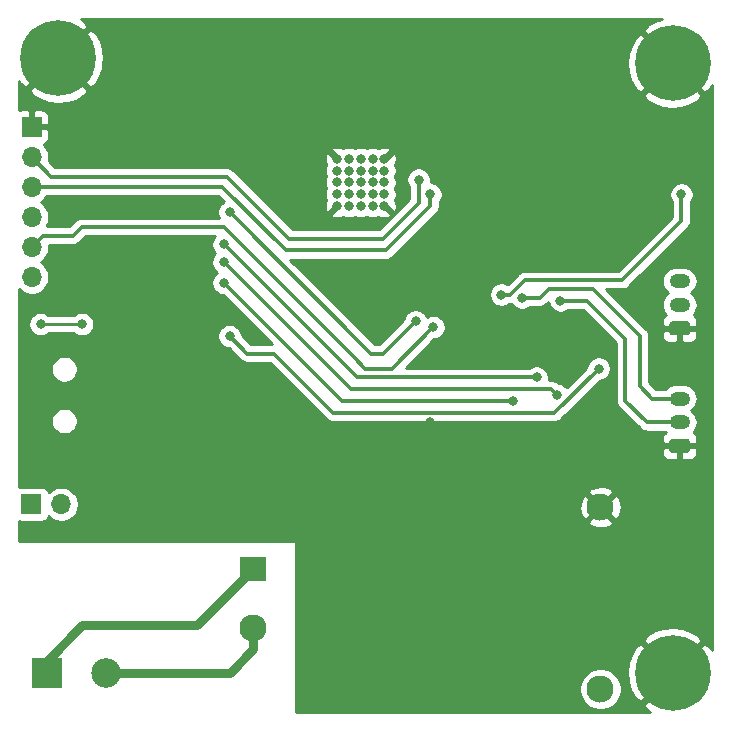
<source format=gbr>
%TF.GenerationSoftware,KiCad,Pcbnew,(5.1.6)-1*%
%TF.CreationDate,2020-10-27T09:44:08+01:00*%
%TF.ProjectId,Beacon_Listener,42656163-6f6e-45f4-9c69-7374656e6572,rev?*%
%TF.SameCoordinates,Original*%
%TF.FileFunction,Copper,L2,Bot*%
%TF.FilePolarity,Positive*%
%FSLAX46Y46*%
G04 Gerber Fmt 4.6, Leading zero omitted, Abs format (unit mm)*
G04 Created by KiCad (PCBNEW (5.1.6)-1) date 2020-10-27 09:44:08*
%MOMM*%
%LPD*%
G01*
G04 APERTURE LIST*
%TA.AperFunction,ComponentPad*%
%ADD10C,2.300000*%
%TD*%
%TA.AperFunction,ComponentPad*%
%ADD11R,2.300000X2.000000*%
%TD*%
%TA.AperFunction,ComponentPad*%
%ADD12O,1.700000X1.700000*%
%TD*%
%TA.AperFunction,ComponentPad*%
%ADD13R,1.700000X1.700000*%
%TD*%
%TA.AperFunction,ComponentPad*%
%ADD14O,1.750000X1.200000*%
%TD*%
%TA.AperFunction,ComponentPad*%
%ADD15C,0.800000*%
%TD*%
%TA.AperFunction,ComponentPad*%
%ADD16C,6.400000*%
%TD*%
%TA.AperFunction,ComponentPad*%
%ADD17C,2.500000*%
%TD*%
%TA.AperFunction,ComponentPad*%
%ADD18R,2.500000X2.500000*%
%TD*%
%TA.AperFunction,ViaPad*%
%ADD19C,0.800000*%
%TD*%
%TA.AperFunction,Conductor*%
%ADD20C,0.300000*%
%TD*%
%TA.AperFunction,Conductor*%
%ADD21C,0.750000*%
%TD*%
%TA.AperFunction,Conductor*%
%ADD22C,0.250000*%
%TD*%
%TA.AperFunction,Conductor*%
%ADD23C,0.254000*%
%TD*%
G04 APERTURE END LIST*
D10*
%TO.P,PS1,4*%
%TO.N,MainInput*%
X136900000Y-126400000D03*
%TO.P,PS1,2*%
%TO.N,GNDPWR*%
X107500000Y-121200000D03*
D11*
%TO.P,PS1,1*%
%TO.N,AC*%
X107500000Y-116200000D03*
D10*
%TO.P,PS1,3*%
%TO.N,GND*%
X136900000Y-111000000D03*
%TD*%
D12*
%TO.P,J1,6*%
%TO.N,+5V*%
X88750000Y-91500000D03*
%TO.P,J1,5*%
%TO.N,GPIO0*%
X88750000Y-88960000D03*
%TO.P,J1,4*%
%TO.N,EN*%
X88750000Y-86420000D03*
%TO.P,J1,3*%
%TO.N,RX*%
X88750000Y-83880000D03*
%TO.P,J1,2*%
%TO.N,TX*%
X88750000Y-81340000D03*
D13*
%TO.P,J1,1*%
%TO.N,GND*%
X88750000Y-78800000D03*
%TD*%
D14*
%TO.P,I2C,3*%
%TO.N,SCL*%
X143600000Y-91850000D03*
%TO.P,I2C,2*%
%TO.N,SDA*%
X143600000Y-93850000D03*
%TO.P,I2C,1*%
%TO.N,GND*%
%TA.AperFunction,ComponentPad*%
G36*
G01*
X144225001Y-96450000D02*
X142974999Y-96450000D01*
G75*
G02*
X142725000Y-96200001I0J249999D01*
G01*
X142725000Y-95499999D01*
G75*
G02*
X142974999Y-95250000I249999J0D01*
G01*
X144225001Y-95250000D01*
G75*
G02*
X144475000Y-95499999I0J-249999D01*
G01*
X144475000Y-96200001D01*
G75*
G02*
X144225001Y-96450000I-249999J0D01*
G01*
G37*
%TD.AperFunction*%
%TD*%
%TO.P,UART,3*%
%TO.N,RX_UART2*%
X143600000Y-101800000D03*
%TO.P,UART,2*%
%TO.N,TX_UART2*%
X143600000Y-103800000D03*
%TO.P,UART,1*%
%TO.N,GND*%
%TA.AperFunction,ComponentPad*%
G36*
G01*
X144225001Y-106400000D02*
X142974999Y-106400000D01*
G75*
G02*
X142725000Y-106150001I0J249999D01*
G01*
X142725000Y-105449999D01*
G75*
G02*
X142974999Y-105200000I249999J0D01*
G01*
X144225001Y-105200000D01*
G75*
G02*
X144475000Y-105449999I0J-249999D01*
G01*
X144475000Y-106150001D01*
G75*
G02*
X144225001Y-106400000I-249999J0D01*
G01*
G37*
%TD.AperFunction*%
%TD*%
D15*
%TO.P,U1,39*%
%TO.N,GND*%
X114600000Y-81490000D03*
X114600000Y-82490000D03*
X114600000Y-83490000D03*
X114600000Y-84490000D03*
X114600000Y-85490000D03*
X115600000Y-85490000D03*
X115600000Y-84490000D03*
X115600000Y-83490000D03*
X115600000Y-82490000D03*
X115600000Y-81490000D03*
X117600000Y-81490000D03*
X117600000Y-82490000D03*
X117600000Y-83490000D03*
X117600000Y-84490000D03*
X117600000Y-85490000D03*
X116600000Y-85490000D03*
X116600000Y-84490000D03*
X116600000Y-83490000D03*
X116600000Y-82490000D03*
X116600000Y-81490000D03*
X118600000Y-85490000D03*
X118600000Y-84490000D03*
X118600000Y-83490000D03*
X118600000Y-82490000D03*
X118600000Y-81490000D03*
%TD*%
%TO.P,H4,1*%
%TO.N,GND*%
X92697056Y-71302944D03*
X91000000Y-70600000D03*
X89302944Y-71302944D03*
X88600000Y-73000000D03*
X89302944Y-74697056D03*
X91000000Y-75400000D03*
X92697056Y-74697056D03*
X93400000Y-73000000D03*
D16*
X91000000Y-73000000D03*
%TD*%
D15*
%TO.P,H3,1*%
%TO.N,GND*%
X144697056Y-71702944D03*
X143000000Y-71000000D03*
X141302944Y-71702944D03*
X140600000Y-73400000D03*
X141302944Y-75097056D03*
X143000000Y-75800000D03*
X144697056Y-75097056D03*
X145400000Y-73400000D03*
D16*
X143000000Y-73400000D03*
%TD*%
D15*
%TO.P,H2,1*%
%TO.N,GND*%
X144697056Y-123302944D03*
X143000000Y-122600000D03*
X141302944Y-123302944D03*
X140600000Y-125000000D03*
X141302944Y-126697056D03*
X143000000Y-127400000D03*
X144697056Y-126697056D03*
X145400000Y-125000000D03*
D16*
X143000000Y-125000000D03*
%TD*%
D12*
%TO.P,J3,2*%
%TO.N,+3V3*%
X91250000Y-110750000D03*
D13*
%TO.P,J3,1*%
%TO.N,MainInput*%
X88710000Y-110750000D03*
%TD*%
D17*
%TO.P,J2,2*%
%TO.N,GNDPWR*%
X95000000Y-125000000D03*
D18*
%TO.P,J2,1*%
%TO.N,AC*%
X90000000Y-125000000D03*
%TD*%
D19*
%TO.N,GND*%
X99500000Y-105500000D03*
X91500000Y-101750000D03*
X112750000Y-103250000D03*
X107750000Y-103500000D03*
X107750000Y-105500000D03*
X112750000Y-105500000D03*
X117250000Y-105500000D03*
X122500000Y-105250000D03*
X122500000Y-103750000D03*
X92400000Y-93000000D03*
X97400000Y-111500000D03*
X99300000Y-111500000D03*
X101200000Y-110900000D03*
X105500000Y-109000000D03*
X107000000Y-109000000D03*
X108500000Y-109000000D03*
X110000000Y-109000000D03*
X113000000Y-109000000D03*
X111500000Y-109000000D03*
X116000000Y-109000000D03*
X117500000Y-109000000D03*
X114500000Y-109000000D03*
X120500000Y-109000000D03*
X122000000Y-109000000D03*
X119000000Y-109000000D03*
X94000000Y-78500000D03*
X103000000Y-80000000D03*
X104500000Y-74500000D03*
X93500000Y-85500000D03*
X95000000Y-85500000D03*
X123500000Y-110000000D03*
X124500000Y-111000000D03*
X125500000Y-112000000D03*
X126500000Y-113000000D03*
X127500000Y-114000000D03*
X128500000Y-115000000D03*
X129500000Y-116000000D03*
X130500000Y-117000000D03*
X131500000Y-118000000D03*
X132500000Y-119000000D03*
X133500000Y-120000000D03*
X134500000Y-121000000D03*
X135500000Y-122000000D03*
X136500000Y-123000000D03*
%TO.N,TX*%
X121500000Y-83250000D03*
%TO.N,RX*%
X122500000Y-84500000D03*
%TO.N,GPIO0*%
X122750000Y-95750000D03*
%TO.N,LED*%
X105500000Y-96500000D03*
X136750000Y-99250000D03*
%TO.N,LED2*%
X105000000Y-90250000D03*
X133250000Y-101500000D03*
%TO.N,LED3*%
X105000000Y-92000000D03*
X129500000Y-102000000D03*
%TO.N,LED4*%
X105000000Y-88750000D03*
X131500000Y-100000000D03*
%TO.N,ConfigButton*%
X105500000Y-86000000D03*
X121250000Y-95250000D03*
X128500000Y-93000000D03*
X143750000Y-84500000D03*
%TO.N,Net-(J4-Pad6)*%
X89500000Y-95500000D03*
X93000000Y-95500000D03*
%TO.N,RX_UART2*%
X130250000Y-93250000D03*
%TO.N,TX_UART2*%
X133500000Y-93500000D03*
%TD*%
D20*
%TO.N,TX*%
X90410000Y-83000000D02*
X88750000Y-81340000D01*
X121500000Y-85250000D02*
X118500000Y-88250000D01*
X121500000Y-83250000D02*
X121500000Y-85250000D01*
X118500000Y-88250000D02*
X110500000Y-88250000D01*
X110500000Y-88250000D02*
X105250000Y-83000000D01*
X105250000Y-83000000D02*
X90410000Y-83000000D01*
%TO.N,RX*%
X104880000Y-83880000D02*
X88750000Y-83880000D01*
X118750000Y-89250000D02*
X110250000Y-89250000D01*
X122500000Y-84500000D02*
X122500000Y-85500000D01*
X110250000Y-89250000D02*
X104880000Y-83880000D01*
X122500000Y-85500000D02*
X118750000Y-89250000D01*
%TO.N,GPIO0*%
X89710001Y-87999999D02*
X92249999Y-87999999D01*
X88750000Y-88960000D02*
X89710001Y-87999999D01*
X92249999Y-87999999D02*
X92999998Y-87250000D01*
X92999998Y-87250000D02*
X105000000Y-87250000D01*
X105000000Y-87250000D02*
X116250000Y-98500000D01*
X116250000Y-98500000D02*
X116750000Y-99000000D01*
X116750000Y-99000000D02*
X117000000Y-99250000D01*
X117000000Y-99250000D02*
X119250000Y-99250000D01*
X119250000Y-99250000D02*
X122750000Y-95750000D01*
%TO.N,LED*%
X105500000Y-96500000D02*
X107000000Y-98000000D01*
X107000000Y-98000000D02*
X109250000Y-98000000D01*
X109250000Y-98000000D02*
X114250000Y-103000000D01*
X114250000Y-103000000D02*
X133000000Y-103000000D01*
X133000000Y-103000000D02*
X136750000Y-99250000D01*
%TO.N,LED2*%
X105000000Y-90250000D02*
X115750000Y-101000000D01*
X115750000Y-101000000D02*
X128500000Y-101000000D01*
X128500000Y-101000000D02*
X132750000Y-101000000D01*
X132750000Y-101000000D02*
X133250000Y-101500000D01*
%TO.N,LED3*%
X105000000Y-92000000D02*
X115000000Y-102000000D01*
X115000000Y-102000000D02*
X128500000Y-102000000D01*
X128500000Y-102000000D02*
X129500000Y-102000000D01*
%TO.N,LED4*%
X116250000Y-100000000D02*
X105000000Y-88750000D01*
X131500000Y-100000000D02*
X116250000Y-100000000D01*
D21*
%TO.N,GNDPWR*%
X107500000Y-121200000D02*
X107500000Y-123000000D01*
X105500000Y-125000000D02*
X95000000Y-125000000D01*
X107500000Y-123000000D02*
X105500000Y-125000000D01*
%TO.N,AC*%
X90000000Y-125000000D02*
X90000000Y-124000000D01*
X90000000Y-124000000D02*
X93000000Y-121000000D01*
X102700000Y-121000000D02*
X107500000Y-116200000D01*
X93000000Y-121000000D02*
X102700000Y-121000000D01*
D20*
%TO.N,ConfigButton*%
X105500000Y-86000000D02*
X117500000Y-98000000D01*
X117500000Y-98000000D02*
X118500000Y-98000000D01*
X118500000Y-98000000D02*
X121250000Y-95250000D01*
X128500000Y-93000000D02*
X129000000Y-93000000D01*
X129000000Y-93000000D02*
X129250000Y-93000000D01*
X129250000Y-93000000D02*
X130500000Y-91750000D01*
X130500000Y-91750000D02*
X138750000Y-91750000D01*
X138750000Y-91750000D02*
X143750000Y-86750000D01*
X143750000Y-86750000D02*
X143750000Y-84500000D01*
D22*
%TO.N,Net-(J4-Pad6)*%
X89500000Y-95500000D02*
X92500000Y-95500000D01*
X92500000Y-95500000D02*
X93000000Y-95500000D01*
D20*
%TO.N,RX_UART2*%
X130250000Y-93250000D02*
X131750000Y-93250000D01*
X131750000Y-93250000D02*
X132500000Y-92500000D01*
X132500000Y-92500000D02*
X136250000Y-92500000D01*
X136250000Y-92500000D02*
X140250000Y-96500000D01*
X140250000Y-96500000D02*
X140250000Y-100750000D01*
X141300000Y-101800000D02*
X143600000Y-101800000D01*
X140250000Y-100750000D02*
X141300000Y-101800000D01*
%TO.N,TX_UART2*%
X133500000Y-93500000D02*
X135750000Y-93500000D01*
X135750000Y-93500000D02*
X139000000Y-96750000D01*
X139000000Y-96750000D02*
X139000000Y-102000000D01*
X140800000Y-103800000D02*
X143600000Y-103800000D01*
X139000000Y-102000000D02*
X140800000Y-103800000D01*
%TD*%
D23*
%TO.N,GND*%
G36*
X141547792Y-69830548D02*
G01*
X140879330Y-70182445D01*
X140838912Y-70209452D01*
X140478724Y-70699119D01*
X143000000Y-73220395D01*
X143014143Y-73206253D01*
X143193748Y-73385858D01*
X143179605Y-73400000D01*
X145700881Y-75921276D01*
X146190548Y-75561088D01*
X146340000Y-75285675D01*
X146340001Y-123111928D01*
X146217555Y-122879330D01*
X146190548Y-122838912D01*
X145700881Y-122478724D01*
X143179605Y-125000000D01*
X143193748Y-125014143D01*
X143014143Y-125193748D01*
X143000000Y-125179605D01*
X140478724Y-127700881D01*
X140838912Y-128190548D01*
X141114325Y-128340000D01*
X111127000Y-128340000D01*
X111127000Y-126224193D01*
X135115000Y-126224193D01*
X135115000Y-126575807D01*
X135183596Y-126920665D01*
X135318153Y-127245515D01*
X135513500Y-127537871D01*
X135762129Y-127786500D01*
X136054485Y-127981847D01*
X136379335Y-128116404D01*
X136724193Y-128185000D01*
X137075807Y-128185000D01*
X137420665Y-128116404D01*
X137745515Y-127981847D01*
X138037871Y-127786500D01*
X138286500Y-127537871D01*
X138481847Y-127245515D01*
X138616404Y-126920665D01*
X138685000Y-126575807D01*
X138685000Y-126224193D01*
X138616404Y-125879335D01*
X138481847Y-125554485D01*
X138286500Y-125262129D01*
X138037871Y-125013500D01*
X137981293Y-124975695D01*
X139146520Y-124975695D01*
X139215822Y-125727938D01*
X139430548Y-126452208D01*
X139782445Y-127120670D01*
X139809452Y-127161088D01*
X140299119Y-127521276D01*
X142820395Y-125000000D01*
X140299119Y-122478724D01*
X139809452Y-122838912D01*
X139449151Y-123502882D01*
X139225306Y-124224385D01*
X139146520Y-124975695D01*
X137981293Y-124975695D01*
X137745515Y-124818153D01*
X137420665Y-124683596D01*
X137075807Y-124615000D01*
X136724193Y-124615000D01*
X136379335Y-124683596D01*
X136054485Y-124818153D01*
X135762129Y-125013500D01*
X135513500Y-125262129D01*
X135318153Y-125554485D01*
X135183596Y-125879335D01*
X135115000Y-126224193D01*
X111127000Y-126224193D01*
X111127000Y-122299119D01*
X140478724Y-122299119D01*
X143000000Y-124820395D01*
X145521276Y-122299119D01*
X145161088Y-121809452D01*
X144497118Y-121449151D01*
X143775615Y-121225306D01*
X143024305Y-121146520D01*
X142272062Y-121215822D01*
X141547792Y-121430548D01*
X140879330Y-121782445D01*
X140838912Y-121809452D01*
X140478724Y-122299119D01*
X111127000Y-122299119D01*
X111127000Y-114000000D01*
X111124560Y-113975224D01*
X111117333Y-113951399D01*
X111105597Y-113929443D01*
X111089803Y-113910197D01*
X111070557Y-113894403D01*
X111048601Y-113882667D01*
X111024776Y-113875440D01*
X111000000Y-113873000D01*
X87660000Y-113873000D01*
X87660000Y-112242349D01*
X135837256Y-112242349D01*
X135951118Y-112522090D01*
X136266296Y-112677961D01*
X136605826Y-112769349D01*
X136956661Y-112792741D01*
X137305319Y-112747240D01*
X137638400Y-112634594D01*
X137848882Y-112522090D01*
X137962744Y-112242349D01*
X136900000Y-111179605D01*
X135837256Y-112242349D01*
X87660000Y-112242349D01*
X87660000Y-112202904D01*
X87735518Y-112225812D01*
X87860000Y-112238072D01*
X89560000Y-112238072D01*
X89684482Y-112225812D01*
X89804180Y-112189502D01*
X89914494Y-112130537D01*
X90011185Y-112051185D01*
X90090537Y-111954494D01*
X90149502Y-111844180D01*
X90171513Y-111771620D01*
X90303368Y-111903475D01*
X90546589Y-112065990D01*
X90816842Y-112177932D01*
X91103740Y-112235000D01*
X91396260Y-112235000D01*
X91683158Y-112177932D01*
X91953411Y-112065990D01*
X92196632Y-111903475D01*
X92403475Y-111696632D01*
X92565990Y-111453411D01*
X92677932Y-111183158D01*
X92703094Y-111056661D01*
X135107259Y-111056661D01*
X135152760Y-111405319D01*
X135265406Y-111738400D01*
X135377910Y-111948882D01*
X135657651Y-112062744D01*
X136720395Y-111000000D01*
X137079605Y-111000000D01*
X138142349Y-112062744D01*
X138422090Y-111948882D01*
X138577961Y-111633704D01*
X138669349Y-111294174D01*
X138692741Y-110943339D01*
X138647240Y-110594681D01*
X138534594Y-110261600D01*
X138422090Y-110051118D01*
X138142349Y-109937256D01*
X137079605Y-111000000D01*
X136720395Y-111000000D01*
X135657651Y-109937256D01*
X135377910Y-110051118D01*
X135222039Y-110366296D01*
X135130651Y-110705826D01*
X135107259Y-111056661D01*
X92703094Y-111056661D01*
X92735000Y-110896260D01*
X92735000Y-110603740D01*
X92677932Y-110316842D01*
X92565990Y-110046589D01*
X92403475Y-109803368D01*
X92357758Y-109757651D01*
X135837256Y-109757651D01*
X136900000Y-110820395D01*
X137962744Y-109757651D01*
X137848882Y-109477910D01*
X137533704Y-109322039D01*
X137194174Y-109230651D01*
X136843339Y-109207259D01*
X136494681Y-109252760D01*
X136161600Y-109365406D01*
X135951118Y-109477910D01*
X135837256Y-109757651D01*
X92357758Y-109757651D01*
X92196632Y-109596525D01*
X91953411Y-109434010D01*
X91683158Y-109322068D01*
X91396260Y-109265000D01*
X91103740Y-109265000D01*
X90816842Y-109322068D01*
X90546589Y-109434010D01*
X90303368Y-109596525D01*
X90171513Y-109728380D01*
X90149502Y-109655820D01*
X90090537Y-109545506D01*
X90011185Y-109448815D01*
X89914494Y-109369463D01*
X89804180Y-109310498D01*
X89684482Y-109274188D01*
X89560000Y-109261928D01*
X87860000Y-109261928D01*
X87735518Y-109274188D01*
X87660000Y-109297096D01*
X87660000Y-106400000D01*
X142086928Y-106400000D01*
X142099188Y-106524482D01*
X142135498Y-106644180D01*
X142194463Y-106754494D01*
X142273815Y-106851185D01*
X142370506Y-106930537D01*
X142480820Y-106989502D01*
X142600518Y-107025812D01*
X142725000Y-107038072D01*
X143314250Y-107035000D01*
X143473000Y-106876250D01*
X143473000Y-105927000D01*
X143727000Y-105927000D01*
X143727000Y-106876250D01*
X143885750Y-107035000D01*
X144475000Y-107038072D01*
X144599482Y-107025812D01*
X144719180Y-106989502D01*
X144829494Y-106930537D01*
X144926185Y-106851185D01*
X145005537Y-106754494D01*
X145064502Y-106644180D01*
X145100812Y-106524482D01*
X145113072Y-106400000D01*
X145110000Y-106085750D01*
X144951250Y-105927000D01*
X143727000Y-105927000D01*
X143473000Y-105927000D01*
X142248750Y-105927000D01*
X142090000Y-106085750D01*
X142086928Y-106400000D01*
X87660000Y-106400000D01*
X87660000Y-103588212D01*
X90365000Y-103588212D01*
X90365000Y-103811788D01*
X90408617Y-104031067D01*
X90494176Y-104237624D01*
X90618388Y-104423520D01*
X90776480Y-104581612D01*
X90962376Y-104705824D01*
X91168933Y-104791383D01*
X91388212Y-104835000D01*
X91611788Y-104835000D01*
X91831067Y-104791383D01*
X92037624Y-104705824D01*
X92223520Y-104581612D01*
X92381612Y-104423520D01*
X92505824Y-104237624D01*
X92591383Y-104031067D01*
X92635000Y-103811788D01*
X92635000Y-103588212D01*
X92591383Y-103368933D01*
X92505824Y-103162376D01*
X92381612Y-102976480D01*
X92223520Y-102818388D01*
X92037624Y-102694176D01*
X91831067Y-102608617D01*
X91611788Y-102565000D01*
X91388212Y-102565000D01*
X91168933Y-102608617D01*
X90962376Y-102694176D01*
X90776480Y-102818388D01*
X90618388Y-102976480D01*
X90494176Y-103162376D01*
X90408617Y-103368933D01*
X90365000Y-103588212D01*
X87660000Y-103588212D01*
X87660000Y-99188212D01*
X90365000Y-99188212D01*
X90365000Y-99411788D01*
X90408617Y-99631067D01*
X90494176Y-99837624D01*
X90618388Y-100023520D01*
X90776480Y-100181612D01*
X90962376Y-100305824D01*
X91168933Y-100391383D01*
X91388212Y-100435000D01*
X91611788Y-100435000D01*
X91831067Y-100391383D01*
X92037624Y-100305824D01*
X92223520Y-100181612D01*
X92381612Y-100023520D01*
X92505824Y-99837624D01*
X92591383Y-99631067D01*
X92635000Y-99411788D01*
X92635000Y-99188212D01*
X92591383Y-98968933D01*
X92505824Y-98762376D01*
X92381612Y-98576480D01*
X92223520Y-98418388D01*
X92037624Y-98294176D01*
X91831067Y-98208617D01*
X91611788Y-98165000D01*
X91388212Y-98165000D01*
X91168933Y-98208617D01*
X90962376Y-98294176D01*
X90776480Y-98418388D01*
X90618388Y-98576480D01*
X90494176Y-98762376D01*
X90408617Y-98968933D01*
X90365000Y-99188212D01*
X87660000Y-99188212D01*
X87660000Y-95398061D01*
X88465000Y-95398061D01*
X88465000Y-95601939D01*
X88504774Y-95801898D01*
X88582795Y-95990256D01*
X88696063Y-96159774D01*
X88840226Y-96303937D01*
X89009744Y-96417205D01*
X89198102Y-96495226D01*
X89398061Y-96535000D01*
X89601939Y-96535000D01*
X89801898Y-96495226D01*
X89990256Y-96417205D01*
X90159774Y-96303937D01*
X90203711Y-96260000D01*
X92296289Y-96260000D01*
X92340226Y-96303937D01*
X92509744Y-96417205D01*
X92698102Y-96495226D01*
X92898061Y-96535000D01*
X93101939Y-96535000D01*
X93301898Y-96495226D01*
X93490256Y-96417205D01*
X93659774Y-96303937D01*
X93803937Y-96159774D01*
X93917205Y-95990256D01*
X93995226Y-95801898D01*
X94035000Y-95601939D01*
X94035000Y-95398061D01*
X93995226Y-95198102D01*
X93917205Y-95009744D01*
X93803937Y-94840226D01*
X93659774Y-94696063D01*
X93490256Y-94582795D01*
X93301898Y-94504774D01*
X93101939Y-94465000D01*
X92898061Y-94465000D01*
X92698102Y-94504774D01*
X92509744Y-94582795D01*
X92340226Y-94696063D01*
X92296289Y-94740000D01*
X90203711Y-94740000D01*
X90159774Y-94696063D01*
X89990256Y-94582795D01*
X89801898Y-94504774D01*
X89601939Y-94465000D01*
X89398061Y-94465000D01*
X89198102Y-94504774D01*
X89009744Y-94582795D01*
X88840226Y-94696063D01*
X88696063Y-94840226D01*
X88582795Y-95009744D01*
X88504774Y-95198102D01*
X88465000Y-95398061D01*
X87660000Y-95398061D01*
X87660000Y-92510107D01*
X87803368Y-92653475D01*
X88046589Y-92815990D01*
X88316842Y-92927932D01*
X88603740Y-92985000D01*
X88896260Y-92985000D01*
X89183158Y-92927932D01*
X89453411Y-92815990D01*
X89696632Y-92653475D01*
X89903475Y-92446632D01*
X90065990Y-92203411D01*
X90177932Y-91933158D01*
X90235000Y-91646260D01*
X90235000Y-91353740D01*
X90177932Y-91066842D01*
X90065990Y-90796589D01*
X89903475Y-90553368D01*
X89696632Y-90346525D01*
X89522240Y-90230000D01*
X89696632Y-90113475D01*
X89903475Y-89906632D01*
X90065990Y-89663411D01*
X90177932Y-89393158D01*
X90235000Y-89106260D01*
X90235000Y-88813740D01*
X90229283Y-88784999D01*
X92211446Y-88784999D01*
X92249999Y-88788796D01*
X92288552Y-88784999D01*
X92288560Y-88784999D01*
X92403886Y-88773640D01*
X92551859Y-88728753D01*
X92688232Y-88655861D01*
X92807763Y-88557763D01*
X92832346Y-88527809D01*
X93325155Y-88035000D01*
X104251289Y-88035000D01*
X104196063Y-88090226D01*
X104082795Y-88259744D01*
X104004774Y-88448102D01*
X103965000Y-88648061D01*
X103965000Y-88851939D01*
X104004774Y-89051898D01*
X104082795Y-89240256D01*
X104196063Y-89409774D01*
X104286289Y-89500000D01*
X104196063Y-89590226D01*
X104082795Y-89759744D01*
X104004774Y-89948102D01*
X103965000Y-90148061D01*
X103965000Y-90351939D01*
X104004774Y-90551898D01*
X104082795Y-90740256D01*
X104196063Y-90909774D01*
X104340226Y-91053937D01*
X104446580Y-91125000D01*
X104340226Y-91196063D01*
X104196063Y-91340226D01*
X104082795Y-91509744D01*
X104004774Y-91698102D01*
X103965000Y-91898061D01*
X103965000Y-92101939D01*
X104004774Y-92301898D01*
X104082795Y-92490256D01*
X104196063Y-92659774D01*
X104340226Y-92803937D01*
X104509744Y-92917205D01*
X104698102Y-92995226D01*
X104898061Y-93035000D01*
X104924843Y-93035000D01*
X109104843Y-97215000D01*
X107325158Y-97215000D01*
X106535000Y-96424843D01*
X106535000Y-96398061D01*
X106495226Y-96198102D01*
X106417205Y-96009744D01*
X106303937Y-95840226D01*
X106159774Y-95696063D01*
X105990256Y-95582795D01*
X105801898Y-95504774D01*
X105601939Y-95465000D01*
X105398061Y-95465000D01*
X105198102Y-95504774D01*
X105009744Y-95582795D01*
X104840226Y-95696063D01*
X104696063Y-95840226D01*
X104582795Y-96009744D01*
X104504774Y-96198102D01*
X104465000Y-96398061D01*
X104465000Y-96601939D01*
X104504774Y-96801898D01*
X104582795Y-96990256D01*
X104696063Y-97159774D01*
X104840226Y-97303937D01*
X105009744Y-97417205D01*
X105198102Y-97495226D01*
X105398061Y-97535000D01*
X105424843Y-97535000D01*
X106417658Y-98527816D01*
X106442236Y-98557764D01*
X106472184Y-98582342D01*
X106472187Y-98582345D01*
X106481790Y-98590226D01*
X106561767Y-98655862D01*
X106698140Y-98728754D01*
X106800301Y-98759744D01*
X106846112Y-98773641D01*
X106860490Y-98775057D01*
X106961439Y-98785000D01*
X106961446Y-98785000D01*
X106999999Y-98788797D01*
X107038552Y-98785000D01*
X108924843Y-98785000D01*
X113667653Y-103527810D01*
X113692236Y-103557764D01*
X113811767Y-103655862D01*
X113948140Y-103728754D01*
X114096113Y-103773642D01*
X114171026Y-103781020D01*
X114211439Y-103785000D01*
X114211444Y-103785000D01*
X114250000Y-103788797D01*
X114288556Y-103785000D01*
X132961447Y-103785000D01*
X133000000Y-103788797D01*
X133038553Y-103785000D01*
X133038561Y-103785000D01*
X133153887Y-103773641D01*
X133301860Y-103728754D01*
X133438233Y-103655862D01*
X133557764Y-103557764D01*
X133582347Y-103527810D01*
X136825157Y-100285000D01*
X136851939Y-100285000D01*
X137051898Y-100245226D01*
X137240256Y-100167205D01*
X137409774Y-100053937D01*
X137553937Y-99909774D01*
X137667205Y-99740256D01*
X137745226Y-99551898D01*
X137785000Y-99351939D01*
X137785000Y-99148061D01*
X137745226Y-98948102D01*
X137667205Y-98759744D01*
X137553937Y-98590226D01*
X137409774Y-98446063D01*
X137240256Y-98332795D01*
X137051898Y-98254774D01*
X136851939Y-98215000D01*
X136648061Y-98215000D01*
X136448102Y-98254774D01*
X136259744Y-98332795D01*
X136090226Y-98446063D01*
X135946063Y-98590226D01*
X135832795Y-98759744D01*
X135754774Y-98948102D01*
X135715000Y-99148061D01*
X135715000Y-99174843D01*
X134051777Y-100838066D01*
X133909774Y-100696063D01*
X133740256Y-100582795D01*
X133551898Y-100504774D01*
X133351939Y-100465000D01*
X133326446Y-100465000D01*
X133307764Y-100442236D01*
X133188233Y-100344138D01*
X133051860Y-100271246D01*
X132903887Y-100226359D01*
X132788561Y-100215000D01*
X132788553Y-100215000D01*
X132750000Y-100211203D01*
X132711447Y-100215000D01*
X132512511Y-100215000D01*
X132535000Y-100101939D01*
X132535000Y-99898061D01*
X132495226Y-99698102D01*
X132417205Y-99509744D01*
X132303937Y-99340226D01*
X132159774Y-99196063D01*
X131990256Y-99082795D01*
X131801898Y-99004774D01*
X131601939Y-98965000D01*
X131398061Y-98965000D01*
X131198102Y-99004774D01*
X131009744Y-99082795D01*
X130840226Y-99196063D01*
X130821289Y-99215000D01*
X120395157Y-99215000D01*
X122825158Y-96785000D01*
X122851939Y-96785000D01*
X123051898Y-96745226D01*
X123240256Y-96667205D01*
X123409774Y-96553937D01*
X123553937Y-96409774D01*
X123667205Y-96240256D01*
X123745226Y-96051898D01*
X123785000Y-95851939D01*
X123785000Y-95648061D01*
X123745226Y-95448102D01*
X123667205Y-95259744D01*
X123553937Y-95090226D01*
X123409774Y-94946063D01*
X123240256Y-94832795D01*
X123051898Y-94754774D01*
X122851939Y-94715000D01*
X122648061Y-94715000D01*
X122448102Y-94754774D01*
X122259744Y-94832795D01*
X122210965Y-94865388D01*
X122167205Y-94759744D01*
X122053937Y-94590226D01*
X121909774Y-94446063D01*
X121740256Y-94332795D01*
X121551898Y-94254774D01*
X121351939Y-94215000D01*
X121148061Y-94215000D01*
X120948102Y-94254774D01*
X120759744Y-94332795D01*
X120590226Y-94446063D01*
X120446063Y-94590226D01*
X120332795Y-94759744D01*
X120254774Y-94948102D01*
X120215000Y-95148061D01*
X120215000Y-95174842D01*
X118174843Y-97215000D01*
X117825157Y-97215000D01*
X113508218Y-92898061D01*
X127465000Y-92898061D01*
X127465000Y-93101939D01*
X127504774Y-93301898D01*
X127582795Y-93490256D01*
X127696063Y-93659774D01*
X127840226Y-93803937D01*
X128009744Y-93917205D01*
X128198102Y-93995226D01*
X128398061Y-94035000D01*
X128601939Y-94035000D01*
X128801898Y-93995226D01*
X128990256Y-93917205D01*
X129159774Y-93803937D01*
X129178711Y-93785000D01*
X129211447Y-93785000D01*
X129250000Y-93788797D01*
X129288553Y-93785000D01*
X129288561Y-93785000D01*
X129358114Y-93778149D01*
X129446063Y-93909774D01*
X129590226Y-94053937D01*
X129759744Y-94167205D01*
X129948102Y-94245226D01*
X130148061Y-94285000D01*
X130351939Y-94285000D01*
X130551898Y-94245226D01*
X130740256Y-94167205D01*
X130909774Y-94053937D01*
X130928711Y-94035000D01*
X131711447Y-94035000D01*
X131750000Y-94038797D01*
X131788553Y-94035000D01*
X131788561Y-94035000D01*
X131903887Y-94023641D01*
X132051860Y-93978754D01*
X132188233Y-93905862D01*
X132307764Y-93807764D01*
X132332347Y-93777811D01*
X132472170Y-93637987D01*
X132504774Y-93801898D01*
X132582795Y-93990256D01*
X132696063Y-94159774D01*
X132840226Y-94303937D01*
X133009744Y-94417205D01*
X133198102Y-94495226D01*
X133398061Y-94535000D01*
X133601939Y-94535000D01*
X133801898Y-94495226D01*
X133990256Y-94417205D01*
X134159774Y-94303937D01*
X134178711Y-94285000D01*
X135424843Y-94285000D01*
X138215000Y-97075158D01*
X138215001Y-101961437D01*
X138211203Y-102000000D01*
X138226359Y-102153886D01*
X138271246Y-102301859D01*
X138271247Y-102301860D01*
X138344139Y-102438233D01*
X138358607Y-102455862D01*
X138417655Y-102527812D01*
X138417659Y-102527816D01*
X138442237Y-102557764D01*
X138472185Y-102582342D01*
X140217658Y-104327816D01*
X140242236Y-104357764D01*
X140272184Y-104382342D01*
X140272187Y-104382345D01*
X140301559Y-104406450D01*
X140361767Y-104455862D01*
X140498140Y-104528754D01*
X140607500Y-104561928D01*
X140646112Y-104573641D01*
X140660490Y-104575057D01*
X140761439Y-104585000D01*
X140761446Y-104585000D01*
X140799999Y-104588797D01*
X140838552Y-104585000D01*
X142371584Y-104585000D01*
X142419436Y-104643309D01*
X142370506Y-104669463D01*
X142273815Y-104748815D01*
X142194463Y-104845506D01*
X142135498Y-104955820D01*
X142099188Y-105075518D01*
X142086928Y-105200000D01*
X142090000Y-105514250D01*
X142248750Y-105673000D01*
X143473000Y-105673000D01*
X143473000Y-105653000D01*
X143727000Y-105653000D01*
X143727000Y-105673000D01*
X144951250Y-105673000D01*
X145110000Y-105514250D01*
X145113072Y-105200000D01*
X145100812Y-105075518D01*
X145064502Y-104955820D01*
X145005537Y-104845506D01*
X144926185Y-104748815D01*
X144829494Y-104669463D01*
X144780564Y-104643309D01*
X144906833Y-104489449D01*
X145021511Y-104274901D01*
X145092130Y-104042102D01*
X145115975Y-103800000D01*
X145092130Y-103557898D01*
X145021511Y-103325099D01*
X144906833Y-103110551D01*
X144752502Y-102922498D01*
X144603238Y-102800000D01*
X144752502Y-102677502D01*
X144906833Y-102489449D01*
X145021511Y-102274901D01*
X145092130Y-102042102D01*
X145115975Y-101800000D01*
X145092130Y-101557898D01*
X145021511Y-101325099D01*
X144906833Y-101110551D01*
X144752502Y-100922498D01*
X144564449Y-100768167D01*
X144349901Y-100653489D01*
X144117102Y-100582870D01*
X143935665Y-100565000D01*
X143264335Y-100565000D01*
X143082898Y-100582870D01*
X142850099Y-100653489D01*
X142635551Y-100768167D01*
X142447498Y-100922498D01*
X142371584Y-101015000D01*
X141625158Y-101015000D01*
X141035000Y-100424843D01*
X141035000Y-96538552D01*
X141038797Y-96499999D01*
X141035000Y-96461446D01*
X141035000Y-96461439D01*
X141033874Y-96450000D01*
X142086928Y-96450000D01*
X142099188Y-96574482D01*
X142135498Y-96694180D01*
X142194463Y-96804494D01*
X142273815Y-96901185D01*
X142370506Y-96980537D01*
X142480820Y-97039502D01*
X142600518Y-97075812D01*
X142725000Y-97088072D01*
X143314250Y-97085000D01*
X143473000Y-96926250D01*
X143473000Y-95977000D01*
X143727000Y-95977000D01*
X143727000Y-96926250D01*
X143885750Y-97085000D01*
X144475000Y-97088072D01*
X144599482Y-97075812D01*
X144719180Y-97039502D01*
X144829494Y-96980537D01*
X144926185Y-96901185D01*
X145005537Y-96804494D01*
X145064502Y-96694180D01*
X145100812Y-96574482D01*
X145113072Y-96450000D01*
X145110000Y-96135750D01*
X144951250Y-95977000D01*
X143727000Y-95977000D01*
X143473000Y-95977000D01*
X142248750Y-95977000D01*
X142090000Y-96135750D01*
X142086928Y-96450000D01*
X141033874Y-96450000D01*
X141023641Y-96346113D01*
X140978754Y-96198140D01*
X140905862Y-96061767D01*
X140847174Y-95990256D01*
X140832345Y-95972187D01*
X140832342Y-95972184D01*
X140807764Y-95942236D01*
X140777817Y-95917659D01*
X137395157Y-92535000D01*
X138711447Y-92535000D01*
X138750000Y-92538797D01*
X138788553Y-92535000D01*
X138788561Y-92535000D01*
X138903887Y-92523641D01*
X139051860Y-92478754D01*
X139188233Y-92405862D01*
X139307764Y-92307764D01*
X139332347Y-92277810D01*
X139760157Y-91850000D01*
X142084025Y-91850000D01*
X142107870Y-92092102D01*
X142178489Y-92324901D01*
X142293167Y-92539449D01*
X142447498Y-92727502D01*
X142596762Y-92850000D01*
X142447498Y-92972498D01*
X142293167Y-93160551D01*
X142178489Y-93375099D01*
X142107870Y-93607898D01*
X142084025Y-93850000D01*
X142107870Y-94092102D01*
X142178489Y-94324901D01*
X142293167Y-94539449D01*
X142419436Y-94693309D01*
X142370506Y-94719463D01*
X142273815Y-94798815D01*
X142194463Y-94895506D01*
X142135498Y-95005820D01*
X142099188Y-95125518D01*
X142086928Y-95250000D01*
X142090000Y-95564250D01*
X142248750Y-95723000D01*
X143473000Y-95723000D01*
X143473000Y-95703000D01*
X143727000Y-95703000D01*
X143727000Y-95723000D01*
X144951250Y-95723000D01*
X145110000Y-95564250D01*
X145113072Y-95250000D01*
X145100812Y-95125518D01*
X145064502Y-95005820D01*
X145005537Y-94895506D01*
X144926185Y-94798815D01*
X144829494Y-94719463D01*
X144780564Y-94693309D01*
X144906833Y-94539449D01*
X145021511Y-94324901D01*
X145092130Y-94092102D01*
X145115975Y-93850000D01*
X145092130Y-93607898D01*
X145021511Y-93375099D01*
X144906833Y-93160551D01*
X144752502Y-92972498D01*
X144603238Y-92850000D01*
X144752502Y-92727502D01*
X144906833Y-92539449D01*
X145021511Y-92324901D01*
X145092130Y-92092102D01*
X145115975Y-91850000D01*
X145092130Y-91607898D01*
X145021511Y-91375099D01*
X144906833Y-91160551D01*
X144752502Y-90972498D01*
X144564449Y-90818167D01*
X144349901Y-90703489D01*
X144117102Y-90632870D01*
X143935665Y-90615000D01*
X143264335Y-90615000D01*
X143082898Y-90632870D01*
X142850099Y-90703489D01*
X142635551Y-90818167D01*
X142447498Y-90972498D01*
X142293167Y-91160551D01*
X142178489Y-91375099D01*
X142107870Y-91607898D01*
X142084025Y-91850000D01*
X139760157Y-91850000D01*
X144277811Y-87332346D01*
X144307764Y-87307764D01*
X144405862Y-87188233D01*
X144478754Y-87051860D01*
X144478754Y-87051859D01*
X144523642Y-86903887D01*
X144532714Y-86811767D01*
X144535000Y-86788561D01*
X144535000Y-86788556D01*
X144538797Y-86750000D01*
X144535000Y-86711444D01*
X144535000Y-85178711D01*
X144553937Y-85159774D01*
X144667205Y-84990256D01*
X144745226Y-84801898D01*
X144785000Y-84601939D01*
X144785000Y-84398061D01*
X144745226Y-84198102D01*
X144667205Y-84009744D01*
X144553937Y-83840226D01*
X144409774Y-83696063D01*
X144240256Y-83582795D01*
X144051898Y-83504774D01*
X143851939Y-83465000D01*
X143648061Y-83465000D01*
X143448102Y-83504774D01*
X143259744Y-83582795D01*
X143090226Y-83696063D01*
X142946063Y-83840226D01*
X142832795Y-84009744D01*
X142754774Y-84198102D01*
X142715000Y-84398061D01*
X142715000Y-84601939D01*
X142754774Y-84801898D01*
X142832795Y-84990256D01*
X142946063Y-85159774D01*
X142965001Y-85178712D01*
X142965000Y-86424843D01*
X138424843Y-90965000D01*
X130538555Y-90965000D01*
X130500000Y-90961203D01*
X130461444Y-90965000D01*
X130461439Y-90965000D01*
X130421026Y-90968980D01*
X130346113Y-90976358D01*
X130198140Y-91021246D01*
X130061767Y-91094138D01*
X130001559Y-91143550D01*
X129972187Y-91167655D01*
X129972184Y-91167658D01*
X129942236Y-91192236D01*
X129917658Y-91222185D01*
X129030295Y-92109548D01*
X128990256Y-92082795D01*
X128801898Y-92004774D01*
X128601939Y-91965000D01*
X128398061Y-91965000D01*
X128198102Y-92004774D01*
X128009744Y-92082795D01*
X127840226Y-92196063D01*
X127696063Y-92340226D01*
X127582795Y-92509744D01*
X127504774Y-92698102D01*
X127465000Y-92898061D01*
X113508218Y-92898061D01*
X110645157Y-90035000D01*
X118711447Y-90035000D01*
X118750000Y-90038797D01*
X118788553Y-90035000D01*
X118788561Y-90035000D01*
X118903887Y-90023641D01*
X119051860Y-89978754D01*
X119188233Y-89905862D01*
X119307764Y-89807764D01*
X119332347Y-89777810D01*
X123027810Y-86082347D01*
X123057764Y-86057764D01*
X123155862Y-85938233D01*
X123228754Y-85801860D01*
X123260229Y-85698102D01*
X123273642Y-85653887D01*
X123283690Y-85551860D01*
X123285000Y-85538561D01*
X123285000Y-85538556D01*
X123288797Y-85500000D01*
X123285000Y-85461444D01*
X123285000Y-85178711D01*
X123303937Y-85159774D01*
X123417205Y-84990256D01*
X123495226Y-84801898D01*
X123535000Y-84601939D01*
X123535000Y-84398061D01*
X123495226Y-84198102D01*
X123417205Y-84009744D01*
X123303937Y-83840226D01*
X123159774Y-83696063D01*
X122990256Y-83582795D01*
X122801898Y-83504774D01*
X122601939Y-83465000D01*
X122512511Y-83465000D01*
X122535000Y-83351939D01*
X122535000Y-83148061D01*
X122495226Y-82948102D01*
X122417205Y-82759744D01*
X122303937Y-82590226D01*
X122159774Y-82446063D01*
X121990256Y-82332795D01*
X121801898Y-82254774D01*
X121601939Y-82215000D01*
X121398061Y-82215000D01*
X121198102Y-82254774D01*
X121009744Y-82332795D01*
X120840226Y-82446063D01*
X120696063Y-82590226D01*
X120582795Y-82759744D01*
X120504774Y-82948102D01*
X120465000Y-83148061D01*
X120465000Y-83351939D01*
X120504774Y-83551898D01*
X120582795Y-83740256D01*
X120696063Y-83909774D01*
X120715000Y-83928711D01*
X120715001Y-84924842D01*
X118174843Y-87465000D01*
X110825158Y-87465000D01*
X105832345Y-82472188D01*
X105807764Y-82442236D01*
X105688233Y-82344138D01*
X105551860Y-82271246D01*
X105403887Y-82226359D01*
X105288561Y-82215000D01*
X105288553Y-82215000D01*
X105250000Y-82211203D01*
X105211447Y-82215000D01*
X90735157Y-82215000D01*
X90197075Y-81676918D01*
X90217074Y-81576377D01*
X113563587Y-81576377D01*
X113600353Y-81776912D01*
X113675534Y-81966420D01*
X113688362Y-81990422D01*
X113609423Y-82173184D01*
X113566649Y-82372523D01*
X113563587Y-82576377D01*
X113600353Y-82776912D01*
X113675534Y-82966420D01*
X113688362Y-82990422D01*
X113609423Y-83173184D01*
X113566649Y-83372523D01*
X113563587Y-83576377D01*
X113600353Y-83776912D01*
X113675534Y-83966420D01*
X113688362Y-83990422D01*
X113609423Y-84173184D01*
X113566649Y-84372523D01*
X113563587Y-84576377D01*
X113600353Y-84776912D01*
X113675534Y-84966420D01*
X113688362Y-84990422D01*
X113609423Y-85173184D01*
X113566649Y-85372523D01*
X113563587Y-85576377D01*
X113600353Y-85776912D01*
X113675534Y-85966420D01*
X113690264Y-85993981D01*
X113893559Y-86016836D01*
X114403912Y-85506483D01*
X114482523Y-85523351D01*
X114564365Y-85524580D01*
X114563587Y-85576377D01*
X114583673Y-85685932D01*
X114073164Y-86196441D01*
X114096019Y-86399736D01*
X114283184Y-86480577D01*
X114482523Y-86523351D01*
X114686377Y-86526413D01*
X114886912Y-86489647D01*
X115076420Y-86414466D01*
X115100422Y-86401638D01*
X115283184Y-86480577D01*
X115482523Y-86523351D01*
X115686377Y-86526413D01*
X115886912Y-86489647D01*
X116076420Y-86414466D01*
X116100422Y-86401638D01*
X116283184Y-86480577D01*
X116482523Y-86523351D01*
X116686377Y-86526413D01*
X116886912Y-86489647D01*
X117076420Y-86414466D01*
X117100422Y-86401638D01*
X117283184Y-86480577D01*
X117482523Y-86523351D01*
X117686377Y-86526413D01*
X117886912Y-86489647D01*
X118076420Y-86414466D01*
X118100422Y-86401638D01*
X118283184Y-86480577D01*
X118482523Y-86523351D01*
X118686377Y-86526413D01*
X118886912Y-86489647D01*
X119076420Y-86414466D01*
X119103981Y-86399736D01*
X119126836Y-86196441D01*
X118616483Y-85686088D01*
X118633351Y-85607477D01*
X118634580Y-85525635D01*
X118686377Y-85526413D01*
X118795932Y-85506327D01*
X119306441Y-86016836D01*
X119509736Y-85993981D01*
X119590577Y-85806816D01*
X119633351Y-85607477D01*
X119636413Y-85403623D01*
X119599647Y-85203088D01*
X119524466Y-85013580D01*
X119511638Y-84989578D01*
X119590577Y-84806816D01*
X119633351Y-84607477D01*
X119636413Y-84403623D01*
X119599647Y-84203088D01*
X119524466Y-84013580D01*
X119511638Y-83989578D01*
X119590577Y-83806816D01*
X119633351Y-83607477D01*
X119636413Y-83403623D01*
X119599647Y-83203088D01*
X119524466Y-83013580D01*
X119511638Y-82989578D01*
X119590577Y-82806816D01*
X119633351Y-82607477D01*
X119636413Y-82403623D01*
X119599647Y-82203088D01*
X119524466Y-82013580D01*
X119511638Y-81989578D01*
X119590577Y-81806816D01*
X119633351Y-81607477D01*
X119636413Y-81403623D01*
X119599647Y-81203088D01*
X119524466Y-81013580D01*
X119509736Y-80986019D01*
X119306441Y-80963164D01*
X118796088Y-81473517D01*
X118717477Y-81456649D01*
X118635635Y-81455420D01*
X118636413Y-81403623D01*
X118616327Y-81294068D01*
X119126836Y-80783559D01*
X119103981Y-80580264D01*
X118916816Y-80499423D01*
X118717477Y-80456649D01*
X118513623Y-80453587D01*
X118313088Y-80490353D01*
X118123580Y-80565534D01*
X118099578Y-80578362D01*
X117916816Y-80499423D01*
X117717477Y-80456649D01*
X117513623Y-80453587D01*
X117313088Y-80490353D01*
X117123580Y-80565534D01*
X117099578Y-80578362D01*
X116916816Y-80499423D01*
X116717477Y-80456649D01*
X116513623Y-80453587D01*
X116313088Y-80490353D01*
X116123580Y-80565534D01*
X116099578Y-80578362D01*
X115916816Y-80499423D01*
X115717477Y-80456649D01*
X115513623Y-80453587D01*
X115313088Y-80490353D01*
X115123580Y-80565534D01*
X115099578Y-80578362D01*
X114916816Y-80499423D01*
X114717477Y-80456649D01*
X114513623Y-80453587D01*
X114313088Y-80490353D01*
X114123580Y-80565534D01*
X114096019Y-80580264D01*
X114073164Y-80783559D01*
X114583517Y-81293912D01*
X114566649Y-81372523D01*
X114565420Y-81454365D01*
X114513623Y-81453587D01*
X114404068Y-81473673D01*
X113893559Y-80963164D01*
X113690264Y-80986019D01*
X113609423Y-81173184D01*
X113566649Y-81372523D01*
X113563587Y-81576377D01*
X90217074Y-81576377D01*
X90235000Y-81486260D01*
X90235000Y-81193740D01*
X90177932Y-80906842D01*
X90065990Y-80636589D01*
X89903475Y-80393368D01*
X89771620Y-80261513D01*
X89844180Y-80239502D01*
X89954494Y-80180537D01*
X90051185Y-80101185D01*
X90130537Y-80004494D01*
X90189502Y-79894180D01*
X90225812Y-79774482D01*
X90238072Y-79650000D01*
X90235000Y-79085750D01*
X90076250Y-78927000D01*
X88877000Y-78927000D01*
X88877000Y-78947000D01*
X88623000Y-78947000D01*
X88623000Y-78927000D01*
X88603000Y-78927000D01*
X88603000Y-78673000D01*
X88623000Y-78673000D01*
X88623000Y-77473750D01*
X88877000Y-77473750D01*
X88877000Y-78673000D01*
X90076250Y-78673000D01*
X90235000Y-78514250D01*
X90238072Y-77950000D01*
X90225812Y-77825518D01*
X90189502Y-77705820D01*
X90130537Y-77595506D01*
X90051185Y-77498815D01*
X89954494Y-77419463D01*
X89844180Y-77360498D01*
X89724482Y-77324188D01*
X89600000Y-77311928D01*
X89035750Y-77315000D01*
X88877000Y-77473750D01*
X88623000Y-77473750D01*
X88464250Y-77315000D01*
X87900000Y-77311928D01*
X87775518Y-77324188D01*
X87660000Y-77359230D01*
X87660000Y-75700881D01*
X88478724Y-75700881D01*
X88838912Y-76190548D01*
X89502882Y-76550849D01*
X90224385Y-76774694D01*
X90975695Y-76853480D01*
X91727938Y-76784178D01*
X92452208Y-76569452D01*
X93120670Y-76217555D01*
X93161088Y-76190548D01*
X93227045Y-76100881D01*
X140478724Y-76100881D01*
X140838912Y-76590548D01*
X141502882Y-76950849D01*
X142224385Y-77174694D01*
X142975695Y-77253480D01*
X143727938Y-77184178D01*
X144452208Y-76969452D01*
X145120670Y-76617555D01*
X145161088Y-76590548D01*
X145521276Y-76100881D01*
X143000000Y-73579605D01*
X140478724Y-76100881D01*
X93227045Y-76100881D01*
X93521276Y-75700881D01*
X91000000Y-73179605D01*
X88478724Y-75700881D01*
X87660000Y-75700881D01*
X87660000Y-74888074D01*
X87782445Y-75120670D01*
X87809452Y-75161088D01*
X88299119Y-75521276D01*
X90820395Y-73000000D01*
X91179605Y-73000000D01*
X93700881Y-75521276D01*
X94190548Y-75161088D01*
X94550849Y-74497118D01*
X94774694Y-73775615D01*
X94816631Y-73375695D01*
X139146520Y-73375695D01*
X139215822Y-74127938D01*
X139430548Y-74852208D01*
X139782445Y-75520670D01*
X139809452Y-75561088D01*
X140299119Y-75921276D01*
X142820395Y-73400000D01*
X140299119Y-70878724D01*
X139809452Y-71238912D01*
X139449151Y-71902882D01*
X139225306Y-72624385D01*
X139146520Y-73375695D01*
X94816631Y-73375695D01*
X94853480Y-73024305D01*
X94784178Y-72272062D01*
X94569452Y-71547792D01*
X94217555Y-70879330D01*
X94190548Y-70838912D01*
X93700881Y-70478724D01*
X91179605Y-73000000D01*
X90820395Y-73000000D01*
X90806253Y-72985858D01*
X90985858Y-72806253D01*
X91000000Y-72820395D01*
X93521276Y-70299119D01*
X93161088Y-69809452D01*
X92885675Y-69660000D01*
X142123050Y-69660000D01*
X141547792Y-69830548D01*
G37*
X141547792Y-69830548D02*
X140879330Y-70182445D01*
X140838912Y-70209452D01*
X140478724Y-70699119D01*
X143000000Y-73220395D01*
X143014143Y-73206253D01*
X143193748Y-73385858D01*
X143179605Y-73400000D01*
X145700881Y-75921276D01*
X146190548Y-75561088D01*
X146340000Y-75285675D01*
X146340001Y-123111928D01*
X146217555Y-122879330D01*
X146190548Y-122838912D01*
X145700881Y-122478724D01*
X143179605Y-125000000D01*
X143193748Y-125014143D01*
X143014143Y-125193748D01*
X143000000Y-125179605D01*
X140478724Y-127700881D01*
X140838912Y-128190548D01*
X141114325Y-128340000D01*
X111127000Y-128340000D01*
X111127000Y-126224193D01*
X135115000Y-126224193D01*
X135115000Y-126575807D01*
X135183596Y-126920665D01*
X135318153Y-127245515D01*
X135513500Y-127537871D01*
X135762129Y-127786500D01*
X136054485Y-127981847D01*
X136379335Y-128116404D01*
X136724193Y-128185000D01*
X137075807Y-128185000D01*
X137420665Y-128116404D01*
X137745515Y-127981847D01*
X138037871Y-127786500D01*
X138286500Y-127537871D01*
X138481847Y-127245515D01*
X138616404Y-126920665D01*
X138685000Y-126575807D01*
X138685000Y-126224193D01*
X138616404Y-125879335D01*
X138481847Y-125554485D01*
X138286500Y-125262129D01*
X138037871Y-125013500D01*
X137981293Y-124975695D01*
X139146520Y-124975695D01*
X139215822Y-125727938D01*
X139430548Y-126452208D01*
X139782445Y-127120670D01*
X139809452Y-127161088D01*
X140299119Y-127521276D01*
X142820395Y-125000000D01*
X140299119Y-122478724D01*
X139809452Y-122838912D01*
X139449151Y-123502882D01*
X139225306Y-124224385D01*
X139146520Y-124975695D01*
X137981293Y-124975695D01*
X137745515Y-124818153D01*
X137420665Y-124683596D01*
X137075807Y-124615000D01*
X136724193Y-124615000D01*
X136379335Y-124683596D01*
X136054485Y-124818153D01*
X135762129Y-125013500D01*
X135513500Y-125262129D01*
X135318153Y-125554485D01*
X135183596Y-125879335D01*
X135115000Y-126224193D01*
X111127000Y-126224193D01*
X111127000Y-122299119D01*
X140478724Y-122299119D01*
X143000000Y-124820395D01*
X145521276Y-122299119D01*
X145161088Y-121809452D01*
X144497118Y-121449151D01*
X143775615Y-121225306D01*
X143024305Y-121146520D01*
X142272062Y-121215822D01*
X141547792Y-121430548D01*
X140879330Y-121782445D01*
X140838912Y-121809452D01*
X140478724Y-122299119D01*
X111127000Y-122299119D01*
X111127000Y-114000000D01*
X111124560Y-113975224D01*
X111117333Y-113951399D01*
X111105597Y-113929443D01*
X111089803Y-113910197D01*
X111070557Y-113894403D01*
X111048601Y-113882667D01*
X111024776Y-113875440D01*
X111000000Y-113873000D01*
X87660000Y-113873000D01*
X87660000Y-112242349D01*
X135837256Y-112242349D01*
X135951118Y-112522090D01*
X136266296Y-112677961D01*
X136605826Y-112769349D01*
X136956661Y-112792741D01*
X137305319Y-112747240D01*
X137638400Y-112634594D01*
X137848882Y-112522090D01*
X137962744Y-112242349D01*
X136900000Y-111179605D01*
X135837256Y-112242349D01*
X87660000Y-112242349D01*
X87660000Y-112202904D01*
X87735518Y-112225812D01*
X87860000Y-112238072D01*
X89560000Y-112238072D01*
X89684482Y-112225812D01*
X89804180Y-112189502D01*
X89914494Y-112130537D01*
X90011185Y-112051185D01*
X90090537Y-111954494D01*
X90149502Y-111844180D01*
X90171513Y-111771620D01*
X90303368Y-111903475D01*
X90546589Y-112065990D01*
X90816842Y-112177932D01*
X91103740Y-112235000D01*
X91396260Y-112235000D01*
X91683158Y-112177932D01*
X91953411Y-112065990D01*
X92196632Y-111903475D01*
X92403475Y-111696632D01*
X92565990Y-111453411D01*
X92677932Y-111183158D01*
X92703094Y-111056661D01*
X135107259Y-111056661D01*
X135152760Y-111405319D01*
X135265406Y-111738400D01*
X135377910Y-111948882D01*
X135657651Y-112062744D01*
X136720395Y-111000000D01*
X137079605Y-111000000D01*
X138142349Y-112062744D01*
X138422090Y-111948882D01*
X138577961Y-111633704D01*
X138669349Y-111294174D01*
X138692741Y-110943339D01*
X138647240Y-110594681D01*
X138534594Y-110261600D01*
X138422090Y-110051118D01*
X138142349Y-109937256D01*
X137079605Y-111000000D01*
X136720395Y-111000000D01*
X135657651Y-109937256D01*
X135377910Y-110051118D01*
X135222039Y-110366296D01*
X135130651Y-110705826D01*
X135107259Y-111056661D01*
X92703094Y-111056661D01*
X92735000Y-110896260D01*
X92735000Y-110603740D01*
X92677932Y-110316842D01*
X92565990Y-110046589D01*
X92403475Y-109803368D01*
X92357758Y-109757651D01*
X135837256Y-109757651D01*
X136900000Y-110820395D01*
X137962744Y-109757651D01*
X137848882Y-109477910D01*
X137533704Y-109322039D01*
X137194174Y-109230651D01*
X136843339Y-109207259D01*
X136494681Y-109252760D01*
X136161600Y-109365406D01*
X135951118Y-109477910D01*
X135837256Y-109757651D01*
X92357758Y-109757651D01*
X92196632Y-109596525D01*
X91953411Y-109434010D01*
X91683158Y-109322068D01*
X91396260Y-109265000D01*
X91103740Y-109265000D01*
X90816842Y-109322068D01*
X90546589Y-109434010D01*
X90303368Y-109596525D01*
X90171513Y-109728380D01*
X90149502Y-109655820D01*
X90090537Y-109545506D01*
X90011185Y-109448815D01*
X89914494Y-109369463D01*
X89804180Y-109310498D01*
X89684482Y-109274188D01*
X89560000Y-109261928D01*
X87860000Y-109261928D01*
X87735518Y-109274188D01*
X87660000Y-109297096D01*
X87660000Y-106400000D01*
X142086928Y-106400000D01*
X142099188Y-106524482D01*
X142135498Y-106644180D01*
X142194463Y-106754494D01*
X142273815Y-106851185D01*
X142370506Y-106930537D01*
X142480820Y-106989502D01*
X142600518Y-107025812D01*
X142725000Y-107038072D01*
X143314250Y-107035000D01*
X143473000Y-106876250D01*
X143473000Y-105927000D01*
X143727000Y-105927000D01*
X143727000Y-106876250D01*
X143885750Y-107035000D01*
X144475000Y-107038072D01*
X144599482Y-107025812D01*
X144719180Y-106989502D01*
X144829494Y-106930537D01*
X144926185Y-106851185D01*
X145005537Y-106754494D01*
X145064502Y-106644180D01*
X145100812Y-106524482D01*
X145113072Y-106400000D01*
X145110000Y-106085750D01*
X144951250Y-105927000D01*
X143727000Y-105927000D01*
X143473000Y-105927000D01*
X142248750Y-105927000D01*
X142090000Y-106085750D01*
X142086928Y-106400000D01*
X87660000Y-106400000D01*
X87660000Y-103588212D01*
X90365000Y-103588212D01*
X90365000Y-103811788D01*
X90408617Y-104031067D01*
X90494176Y-104237624D01*
X90618388Y-104423520D01*
X90776480Y-104581612D01*
X90962376Y-104705824D01*
X91168933Y-104791383D01*
X91388212Y-104835000D01*
X91611788Y-104835000D01*
X91831067Y-104791383D01*
X92037624Y-104705824D01*
X92223520Y-104581612D01*
X92381612Y-104423520D01*
X92505824Y-104237624D01*
X92591383Y-104031067D01*
X92635000Y-103811788D01*
X92635000Y-103588212D01*
X92591383Y-103368933D01*
X92505824Y-103162376D01*
X92381612Y-102976480D01*
X92223520Y-102818388D01*
X92037624Y-102694176D01*
X91831067Y-102608617D01*
X91611788Y-102565000D01*
X91388212Y-102565000D01*
X91168933Y-102608617D01*
X90962376Y-102694176D01*
X90776480Y-102818388D01*
X90618388Y-102976480D01*
X90494176Y-103162376D01*
X90408617Y-103368933D01*
X90365000Y-103588212D01*
X87660000Y-103588212D01*
X87660000Y-99188212D01*
X90365000Y-99188212D01*
X90365000Y-99411788D01*
X90408617Y-99631067D01*
X90494176Y-99837624D01*
X90618388Y-100023520D01*
X90776480Y-100181612D01*
X90962376Y-100305824D01*
X91168933Y-100391383D01*
X91388212Y-100435000D01*
X91611788Y-100435000D01*
X91831067Y-100391383D01*
X92037624Y-100305824D01*
X92223520Y-100181612D01*
X92381612Y-100023520D01*
X92505824Y-99837624D01*
X92591383Y-99631067D01*
X92635000Y-99411788D01*
X92635000Y-99188212D01*
X92591383Y-98968933D01*
X92505824Y-98762376D01*
X92381612Y-98576480D01*
X92223520Y-98418388D01*
X92037624Y-98294176D01*
X91831067Y-98208617D01*
X91611788Y-98165000D01*
X91388212Y-98165000D01*
X91168933Y-98208617D01*
X90962376Y-98294176D01*
X90776480Y-98418388D01*
X90618388Y-98576480D01*
X90494176Y-98762376D01*
X90408617Y-98968933D01*
X90365000Y-99188212D01*
X87660000Y-99188212D01*
X87660000Y-95398061D01*
X88465000Y-95398061D01*
X88465000Y-95601939D01*
X88504774Y-95801898D01*
X88582795Y-95990256D01*
X88696063Y-96159774D01*
X88840226Y-96303937D01*
X89009744Y-96417205D01*
X89198102Y-96495226D01*
X89398061Y-96535000D01*
X89601939Y-96535000D01*
X89801898Y-96495226D01*
X89990256Y-96417205D01*
X90159774Y-96303937D01*
X90203711Y-96260000D01*
X92296289Y-96260000D01*
X92340226Y-96303937D01*
X92509744Y-96417205D01*
X92698102Y-96495226D01*
X92898061Y-96535000D01*
X93101939Y-96535000D01*
X93301898Y-96495226D01*
X93490256Y-96417205D01*
X93659774Y-96303937D01*
X93803937Y-96159774D01*
X93917205Y-95990256D01*
X93995226Y-95801898D01*
X94035000Y-95601939D01*
X94035000Y-95398061D01*
X93995226Y-95198102D01*
X93917205Y-95009744D01*
X93803937Y-94840226D01*
X93659774Y-94696063D01*
X93490256Y-94582795D01*
X93301898Y-94504774D01*
X93101939Y-94465000D01*
X92898061Y-94465000D01*
X92698102Y-94504774D01*
X92509744Y-94582795D01*
X92340226Y-94696063D01*
X92296289Y-94740000D01*
X90203711Y-94740000D01*
X90159774Y-94696063D01*
X89990256Y-94582795D01*
X89801898Y-94504774D01*
X89601939Y-94465000D01*
X89398061Y-94465000D01*
X89198102Y-94504774D01*
X89009744Y-94582795D01*
X88840226Y-94696063D01*
X88696063Y-94840226D01*
X88582795Y-95009744D01*
X88504774Y-95198102D01*
X88465000Y-95398061D01*
X87660000Y-95398061D01*
X87660000Y-92510107D01*
X87803368Y-92653475D01*
X88046589Y-92815990D01*
X88316842Y-92927932D01*
X88603740Y-92985000D01*
X88896260Y-92985000D01*
X89183158Y-92927932D01*
X89453411Y-92815990D01*
X89696632Y-92653475D01*
X89903475Y-92446632D01*
X90065990Y-92203411D01*
X90177932Y-91933158D01*
X90235000Y-91646260D01*
X90235000Y-91353740D01*
X90177932Y-91066842D01*
X90065990Y-90796589D01*
X89903475Y-90553368D01*
X89696632Y-90346525D01*
X89522240Y-90230000D01*
X89696632Y-90113475D01*
X89903475Y-89906632D01*
X90065990Y-89663411D01*
X90177932Y-89393158D01*
X90235000Y-89106260D01*
X90235000Y-88813740D01*
X90229283Y-88784999D01*
X92211446Y-88784999D01*
X92249999Y-88788796D01*
X92288552Y-88784999D01*
X92288560Y-88784999D01*
X92403886Y-88773640D01*
X92551859Y-88728753D01*
X92688232Y-88655861D01*
X92807763Y-88557763D01*
X92832346Y-88527809D01*
X93325155Y-88035000D01*
X104251289Y-88035000D01*
X104196063Y-88090226D01*
X104082795Y-88259744D01*
X104004774Y-88448102D01*
X103965000Y-88648061D01*
X103965000Y-88851939D01*
X104004774Y-89051898D01*
X104082795Y-89240256D01*
X104196063Y-89409774D01*
X104286289Y-89500000D01*
X104196063Y-89590226D01*
X104082795Y-89759744D01*
X104004774Y-89948102D01*
X103965000Y-90148061D01*
X103965000Y-90351939D01*
X104004774Y-90551898D01*
X104082795Y-90740256D01*
X104196063Y-90909774D01*
X104340226Y-91053937D01*
X104446580Y-91125000D01*
X104340226Y-91196063D01*
X104196063Y-91340226D01*
X104082795Y-91509744D01*
X104004774Y-91698102D01*
X103965000Y-91898061D01*
X103965000Y-92101939D01*
X104004774Y-92301898D01*
X104082795Y-92490256D01*
X104196063Y-92659774D01*
X104340226Y-92803937D01*
X104509744Y-92917205D01*
X104698102Y-92995226D01*
X104898061Y-93035000D01*
X104924843Y-93035000D01*
X109104843Y-97215000D01*
X107325158Y-97215000D01*
X106535000Y-96424843D01*
X106535000Y-96398061D01*
X106495226Y-96198102D01*
X106417205Y-96009744D01*
X106303937Y-95840226D01*
X106159774Y-95696063D01*
X105990256Y-95582795D01*
X105801898Y-95504774D01*
X105601939Y-95465000D01*
X105398061Y-95465000D01*
X105198102Y-95504774D01*
X105009744Y-95582795D01*
X104840226Y-95696063D01*
X104696063Y-95840226D01*
X104582795Y-96009744D01*
X104504774Y-96198102D01*
X104465000Y-96398061D01*
X104465000Y-96601939D01*
X104504774Y-96801898D01*
X104582795Y-96990256D01*
X104696063Y-97159774D01*
X104840226Y-97303937D01*
X105009744Y-97417205D01*
X105198102Y-97495226D01*
X105398061Y-97535000D01*
X105424843Y-97535000D01*
X106417658Y-98527816D01*
X106442236Y-98557764D01*
X106472184Y-98582342D01*
X106472187Y-98582345D01*
X106481790Y-98590226D01*
X106561767Y-98655862D01*
X106698140Y-98728754D01*
X106800301Y-98759744D01*
X106846112Y-98773641D01*
X106860490Y-98775057D01*
X106961439Y-98785000D01*
X106961446Y-98785000D01*
X106999999Y-98788797D01*
X107038552Y-98785000D01*
X108924843Y-98785000D01*
X113667653Y-103527810D01*
X113692236Y-103557764D01*
X113811767Y-103655862D01*
X113948140Y-103728754D01*
X114096113Y-103773642D01*
X114171026Y-103781020D01*
X114211439Y-103785000D01*
X114211444Y-103785000D01*
X114250000Y-103788797D01*
X114288556Y-103785000D01*
X132961447Y-103785000D01*
X133000000Y-103788797D01*
X133038553Y-103785000D01*
X133038561Y-103785000D01*
X133153887Y-103773641D01*
X133301860Y-103728754D01*
X133438233Y-103655862D01*
X133557764Y-103557764D01*
X133582347Y-103527810D01*
X136825157Y-100285000D01*
X136851939Y-100285000D01*
X137051898Y-100245226D01*
X137240256Y-100167205D01*
X137409774Y-100053937D01*
X137553937Y-99909774D01*
X137667205Y-99740256D01*
X137745226Y-99551898D01*
X137785000Y-99351939D01*
X137785000Y-99148061D01*
X137745226Y-98948102D01*
X137667205Y-98759744D01*
X137553937Y-98590226D01*
X137409774Y-98446063D01*
X137240256Y-98332795D01*
X137051898Y-98254774D01*
X136851939Y-98215000D01*
X136648061Y-98215000D01*
X136448102Y-98254774D01*
X136259744Y-98332795D01*
X136090226Y-98446063D01*
X135946063Y-98590226D01*
X135832795Y-98759744D01*
X135754774Y-98948102D01*
X135715000Y-99148061D01*
X135715000Y-99174843D01*
X134051777Y-100838066D01*
X133909774Y-100696063D01*
X133740256Y-100582795D01*
X133551898Y-100504774D01*
X133351939Y-100465000D01*
X133326446Y-100465000D01*
X133307764Y-100442236D01*
X133188233Y-100344138D01*
X133051860Y-100271246D01*
X132903887Y-100226359D01*
X132788561Y-100215000D01*
X132788553Y-100215000D01*
X132750000Y-100211203D01*
X132711447Y-100215000D01*
X132512511Y-100215000D01*
X132535000Y-100101939D01*
X132535000Y-99898061D01*
X132495226Y-99698102D01*
X132417205Y-99509744D01*
X132303937Y-99340226D01*
X132159774Y-99196063D01*
X131990256Y-99082795D01*
X131801898Y-99004774D01*
X131601939Y-98965000D01*
X131398061Y-98965000D01*
X131198102Y-99004774D01*
X131009744Y-99082795D01*
X130840226Y-99196063D01*
X130821289Y-99215000D01*
X120395157Y-99215000D01*
X122825158Y-96785000D01*
X122851939Y-96785000D01*
X123051898Y-96745226D01*
X123240256Y-96667205D01*
X123409774Y-96553937D01*
X123553937Y-96409774D01*
X123667205Y-96240256D01*
X123745226Y-96051898D01*
X123785000Y-95851939D01*
X123785000Y-95648061D01*
X123745226Y-95448102D01*
X123667205Y-95259744D01*
X123553937Y-95090226D01*
X123409774Y-94946063D01*
X123240256Y-94832795D01*
X123051898Y-94754774D01*
X122851939Y-94715000D01*
X122648061Y-94715000D01*
X122448102Y-94754774D01*
X122259744Y-94832795D01*
X122210965Y-94865388D01*
X122167205Y-94759744D01*
X122053937Y-94590226D01*
X121909774Y-94446063D01*
X121740256Y-94332795D01*
X121551898Y-94254774D01*
X121351939Y-94215000D01*
X121148061Y-94215000D01*
X120948102Y-94254774D01*
X120759744Y-94332795D01*
X120590226Y-94446063D01*
X120446063Y-94590226D01*
X120332795Y-94759744D01*
X120254774Y-94948102D01*
X120215000Y-95148061D01*
X120215000Y-95174842D01*
X118174843Y-97215000D01*
X117825157Y-97215000D01*
X113508218Y-92898061D01*
X127465000Y-92898061D01*
X127465000Y-93101939D01*
X127504774Y-93301898D01*
X127582795Y-93490256D01*
X127696063Y-93659774D01*
X127840226Y-93803937D01*
X128009744Y-93917205D01*
X128198102Y-93995226D01*
X128398061Y-94035000D01*
X128601939Y-94035000D01*
X128801898Y-93995226D01*
X128990256Y-93917205D01*
X129159774Y-93803937D01*
X129178711Y-93785000D01*
X129211447Y-93785000D01*
X129250000Y-93788797D01*
X129288553Y-93785000D01*
X129288561Y-93785000D01*
X129358114Y-93778149D01*
X129446063Y-93909774D01*
X129590226Y-94053937D01*
X129759744Y-94167205D01*
X129948102Y-94245226D01*
X130148061Y-94285000D01*
X130351939Y-94285000D01*
X130551898Y-94245226D01*
X130740256Y-94167205D01*
X130909774Y-94053937D01*
X130928711Y-94035000D01*
X131711447Y-94035000D01*
X131750000Y-94038797D01*
X131788553Y-94035000D01*
X131788561Y-94035000D01*
X131903887Y-94023641D01*
X132051860Y-93978754D01*
X132188233Y-93905862D01*
X132307764Y-93807764D01*
X132332347Y-93777811D01*
X132472170Y-93637987D01*
X132504774Y-93801898D01*
X132582795Y-93990256D01*
X132696063Y-94159774D01*
X132840226Y-94303937D01*
X133009744Y-94417205D01*
X133198102Y-94495226D01*
X133398061Y-94535000D01*
X133601939Y-94535000D01*
X133801898Y-94495226D01*
X133990256Y-94417205D01*
X134159774Y-94303937D01*
X134178711Y-94285000D01*
X135424843Y-94285000D01*
X138215000Y-97075158D01*
X138215001Y-101961437D01*
X138211203Y-102000000D01*
X138226359Y-102153886D01*
X138271246Y-102301859D01*
X138271247Y-102301860D01*
X138344139Y-102438233D01*
X138358607Y-102455862D01*
X138417655Y-102527812D01*
X138417659Y-102527816D01*
X138442237Y-102557764D01*
X138472185Y-102582342D01*
X140217658Y-104327816D01*
X140242236Y-104357764D01*
X140272184Y-104382342D01*
X140272187Y-104382345D01*
X140301559Y-104406450D01*
X140361767Y-104455862D01*
X140498140Y-104528754D01*
X140607500Y-104561928D01*
X140646112Y-104573641D01*
X140660490Y-104575057D01*
X140761439Y-104585000D01*
X140761446Y-104585000D01*
X140799999Y-104588797D01*
X140838552Y-104585000D01*
X142371584Y-104585000D01*
X142419436Y-104643309D01*
X142370506Y-104669463D01*
X142273815Y-104748815D01*
X142194463Y-104845506D01*
X142135498Y-104955820D01*
X142099188Y-105075518D01*
X142086928Y-105200000D01*
X142090000Y-105514250D01*
X142248750Y-105673000D01*
X143473000Y-105673000D01*
X143473000Y-105653000D01*
X143727000Y-105653000D01*
X143727000Y-105673000D01*
X144951250Y-105673000D01*
X145110000Y-105514250D01*
X145113072Y-105200000D01*
X145100812Y-105075518D01*
X145064502Y-104955820D01*
X145005537Y-104845506D01*
X144926185Y-104748815D01*
X144829494Y-104669463D01*
X144780564Y-104643309D01*
X144906833Y-104489449D01*
X145021511Y-104274901D01*
X145092130Y-104042102D01*
X145115975Y-103800000D01*
X145092130Y-103557898D01*
X145021511Y-103325099D01*
X144906833Y-103110551D01*
X144752502Y-102922498D01*
X144603238Y-102800000D01*
X144752502Y-102677502D01*
X144906833Y-102489449D01*
X145021511Y-102274901D01*
X145092130Y-102042102D01*
X145115975Y-101800000D01*
X145092130Y-101557898D01*
X145021511Y-101325099D01*
X144906833Y-101110551D01*
X144752502Y-100922498D01*
X144564449Y-100768167D01*
X144349901Y-100653489D01*
X144117102Y-100582870D01*
X143935665Y-100565000D01*
X143264335Y-100565000D01*
X143082898Y-100582870D01*
X142850099Y-100653489D01*
X142635551Y-100768167D01*
X142447498Y-100922498D01*
X142371584Y-101015000D01*
X141625158Y-101015000D01*
X141035000Y-100424843D01*
X141035000Y-96538552D01*
X141038797Y-96499999D01*
X141035000Y-96461446D01*
X141035000Y-96461439D01*
X141033874Y-96450000D01*
X142086928Y-96450000D01*
X142099188Y-96574482D01*
X142135498Y-96694180D01*
X142194463Y-96804494D01*
X142273815Y-96901185D01*
X142370506Y-96980537D01*
X142480820Y-97039502D01*
X142600518Y-97075812D01*
X142725000Y-97088072D01*
X143314250Y-97085000D01*
X143473000Y-96926250D01*
X143473000Y-95977000D01*
X143727000Y-95977000D01*
X143727000Y-96926250D01*
X143885750Y-97085000D01*
X144475000Y-97088072D01*
X144599482Y-97075812D01*
X144719180Y-97039502D01*
X144829494Y-96980537D01*
X144926185Y-96901185D01*
X145005537Y-96804494D01*
X145064502Y-96694180D01*
X145100812Y-96574482D01*
X145113072Y-96450000D01*
X145110000Y-96135750D01*
X144951250Y-95977000D01*
X143727000Y-95977000D01*
X143473000Y-95977000D01*
X142248750Y-95977000D01*
X142090000Y-96135750D01*
X142086928Y-96450000D01*
X141033874Y-96450000D01*
X141023641Y-96346113D01*
X140978754Y-96198140D01*
X140905862Y-96061767D01*
X140847174Y-95990256D01*
X140832345Y-95972187D01*
X140832342Y-95972184D01*
X140807764Y-95942236D01*
X140777817Y-95917659D01*
X137395157Y-92535000D01*
X138711447Y-92535000D01*
X138750000Y-92538797D01*
X138788553Y-92535000D01*
X138788561Y-92535000D01*
X138903887Y-92523641D01*
X139051860Y-92478754D01*
X139188233Y-92405862D01*
X139307764Y-92307764D01*
X139332347Y-92277810D01*
X139760157Y-91850000D01*
X142084025Y-91850000D01*
X142107870Y-92092102D01*
X142178489Y-92324901D01*
X142293167Y-92539449D01*
X142447498Y-92727502D01*
X142596762Y-92850000D01*
X142447498Y-92972498D01*
X142293167Y-93160551D01*
X142178489Y-93375099D01*
X142107870Y-93607898D01*
X142084025Y-93850000D01*
X142107870Y-94092102D01*
X142178489Y-94324901D01*
X142293167Y-94539449D01*
X142419436Y-94693309D01*
X142370506Y-94719463D01*
X142273815Y-94798815D01*
X142194463Y-94895506D01*
X142135498Y-95005820D01*
X142099188Y-95125518D01*
X142086928Y-95250000D01*
X142090000Y-95564250D01*
X142248750Y-95723000D01*
X143473000Y-95723000D01*
X143473000Y-95703000D01*
X143727000Y-95703000D01*
X143727000Y-95723000D01*
X144951250Y-95723000D01*
X145110000Y-95564250D01*
X145113072Y-95250000D01*
X145100812Y-95125518D01*
X145064502Y-95005820D01*
X145005537Y-94895506D01*
X144926185Y-94798815D01*
X144829494Y-94719463D01*
X144780564Y-94693309D01*
X144906833Y-94539449D01*
X145021511Y-94324901D01*
X145092130Y-94092102D01*
X145115975Y-93850000D01*
X145092130Y-93607898D01*
X145021511Y-93375099D01*
X144906833Y-93160551D01*
X144752502Y-92972498D01*
X144603238Y-92850000D01*
X144752502Y-92727502D01*
X144906833Y-92539449D01*
X145021511Y-92324901D01*
X145092130Y-92092102D01*
X145115975Y-91850000D01*
X145092130Y-91607898D01*
X145021511Y-91375099D01*
X144906833Y-91160551D01*
X144752502Y-90972498D01*
X144564449Y-90818167D01*
X144349901Y-90703489D01*
X144117102Y-90632870D01*
X143935665Y-90615000D01*
X143264335Y-90615000D01*
X143082898Y-90632870D01*
X142850099Y-90703489D01*
X142635551Y-90818167D01*
X142447498Y-90972498D01*
X142293167Y-91160551D01*
X142178489Y-91375099D01*
X142107870Y-91607898D01*
X142084025Y-91850000D01*
X139760157Y-91850000D01*
X144277811Y-87332346D01*
X144307764Y-87307764D01*
X144405862Y-87188233D01*
X144478754Y-87051860D01*
X144478754Y-87051859D01*
X144523642Y-86903887D01*
X144532714Y-86811767D01*
X144535000Y-86788561D01*
X144535000Y-86788556D01*
X144538797Y-86750000D01*
X144535000Y-86711444D01*
X144535000Y-85178711D01*
X144553937Y-85159774D01*
X144667205Y-84990256D01*
X144745226Y-84801898D01*
X144785000Y-84601939D01*
X144785000Y-84398061D01*
X144745226Y-84198102D01*
X144667205Y-84009744D01*
X144553937Y-83840226D01*
X144409774Y-83696063D01*
X144240256Y-83582795D01*
X144051898Y-83504774D01*
X143851939Y-83465000D01*
X143648061Y-83465000D01*
X143448102Y-83504774D01*
X143259744Y-83582795D01*
X143090226Y-83696063D01*
X142946063Y-83840226D01*
X142832795Y-84009744D01*
X142754774Y-84198102D01*
X142715000Y-84398061D01*
X142715000Y-84601939D01*
X142754774Y-84801898D01*
X142832795Y-84990256D01*
X142946063Y-85159774D01*
X142965001Y-85178712D01*
X142965000Y-86424843D01*
X138424843Y-90965000D01*
X130538555Y-90965000D01*
X130500000Y-90961203D01*
X130461444Y-90965000D01*
X130461439Y-90965000D01*
X130421026Y-90968980D01*
X130346113Y-90976358D01*
X130198140Y-91021246D01*
X130061767Y-91094138D01*
X130001559Y-91143550D01*
X129972187Y-91167655D01*
X129972184Y-91167658D01*
X129942236Y-91192236D01*
X129917658Y-91222185D01*
X129030295Y-92109548D01*
X128990256Y-92082795D01*
X128801898Y-92004774D01*
X128601939Y-91965000D01*
X128398061Y-91965000D01*
X128198102Y-92004774D01*
X128009744Y-92082795D01*
X127840226Y-92196063D01*
X127696063Y-92340226D01*
X127582795Y-92509744D01*
X127504774Y-92698102D01*
X127465000Y-92898061D01*
X113508218Y-92898061D01*
X110645157Y-90035000D01*
X118711447Y-90035000D01*
X118750000Y-90038797D01*
X118788553Y-90035000D01*
X118788561Y-90035000D01*
X118903887Y-90023641D01*
X119051860Y-89978754D01*
X119188233Y-89905862D01*
X119307764Y-89807764D01*
X119332347Y-89777810D01*
X123027810Y-86082347D01*
X123057764Y-86057764D01*
X123155862Y-85938233D01*
X123228754Y-85801860D01*
X123260229Y-85698102D01*
X123273642Y-85653887D01*
X123283690Y-85551860D01*
X123285000Y-85538561D01*
X123285000Y-85538556D01*
X123288797Y-85500000D01*
X123285000Y-85461444D01*
X123285000Y-85178711D01*
X123303937Y-85159774D01*
X123417205Y-84990256D01*
X123495226Y-84801898D01*
X123535000Y-84601939D01*
X123535000Y-84398061D01*
X123495226Y-84198102D01*
X123417205Y-84009744D01*
X123303937Y-83840226D01*
X123159774Y-83696063D01*
X122990256Y-83582795D01*
X122801898Y-83504774D01*
X122601939Y-83465000D01*
X122512511Y-83465000D01*
X122535000Y-83351939D01*
X122535000Y-83148061D01*
X122495226Y-82948102D01*
X122417205Y-82759744D01*
X122303937Y-82590226D01*
X122159774Y-82446063D01*
X121990256Y-82332795D01*
X121801898Y-82254774D01*
X121601939Y-82215000D01*
X121398061Y-82215000D01*
X121198102Y-82254774D01*
X121009744Y-82332795D01*
X120840226Y-82446063D01*
X120696063Y-82590226D01*
X120582795Y-82759744D01*
X120504774Y-82948102D01*
X120465000Y-83148061D01*
X120465000Y-83351939D01*
X120504774Y-83551898D01*
X120582795Y-83740256D01*
X120696063Y-83909774D01*
X120715000Y-83928711D01*
X120715001Y-84924842D01*
X118174843Y-87465000D01*
X110825158Y-87465000D01*
X105832345Y-82472188D01*
X105807764Y-82442236D01*
X105688233Y-82344138D01*
X105551860Y-82271246D01*
X105403887Y-82226359D01*
X105288561Y-82215000D01*
X105288553Y-82215000D01*
X105250000Y-82211203D01*
X105211447Y-82215000D01*
X90735157Y-82215000D01*
X90197075Y-81676918D01*
X90217074Y-81576377D01*
X113563587Y-81576377D01*
X113600353Y-81776912D01*
X113675534Y-81966420D01*
X113688362Y-81990422D01*
X113609423Y-82173184D01*
X113566649Y-82372523D01*
X113563587Y-82576377D01*
X113600353Y-82776912D01*
X113675534Y-82966420D01*
X113688362Y-82990422D01*
X113609423Y-83173184D01*
X113566649Y-83372523D01*
X113563587Y-83576377D01*
X113600353Y-83776912D01*
X113675534Y-83966420D01*
X113688362Y-83990422D01*
X113609423Y-84173184D01*
X113566649Y-84372523D01*
X113563587Y-84576377D01*
X113600353Y-84776912D01*
X113675534Y-84966420D01*
X113688362Y-84990422D01*
X113609423Y-85173184D01*
X113566649Y-85372523D01*
X113563587Y-85576377D01*
X113600353Y-85776912D01*
X113675534Y-85966420D01*
X113690264Y-85993981D01*
X113893559Y-86016836D01*
X114403912Y-85506483D01*
X114482523Y-85523351D01*
X114564365Y-85524580D01*
X114563587Y-85576377D01*
X114583673Y-85685932D01*
X114073164Y-86196441D01*
X114096019Y-86399736D01*
X114283184Y-86480577D01*
X114482523Y-86523351D01*
X114686377Y-86526413D01*
X114886912Y-86489647D01*
X115076420Y-86414466D01*
X115100422Y-86401638D01*
X115283184Y-86480577D01*
X115482523Y-86523351D01*
X115686377Y-86526413D01*
X115886912Y-86489647D01*
X116076420Y-86414466D01*
X116100422Y-86401638D01*
X116283184Y-86480577D01*
X116482523Y-86523351D01*
X116686377Y-86526413D01*
X116886912Y-86489647D01*
X117076420Y-86414466D01*
X117100422Y-86401638D01*
X117283184Y-86480577D01*
X117482523Y-86523351D01*
X117686377Y-86526413D01*
X117886912Y-86489647D01*
X118076420Y-86414466D01*
X118100422Y-86401638D01*
X118283184Y-86480577D01*
X118482523Y-86523351D01*
X118686377Y-86526413D01*
X118886912Y-86489647D01*
X119076420Y-86414466D01*
X119103981Y-86399736D01*
X119126836Y-86196441D01*
X118616483Y-85686088D01*
X118633351Y-85607477D01*
X118634580Y-85525635D01*
X118686377Y-85526413D01*
X118795932Y-85506327D01*
X119306441Y-86016836D01*
X119509736Y-85993981D01*
X119590577Y-85806816D01*
X119633351Y-85607477D01*
X119636413Y-85403623D01*
X119599647Y-85203088D01*
X119524466Y-85013580D01*
X119511638Y-84989578D01*
X119590577Y-84806816D01*
X119633351Y-84607477D01*
X119636413Y-84403623D01*
X119599647Y-84203088D01*
X119524466Y-84013580D01*
X119511638Y-83989578D01*
X119590577Y-83806816D01*
X119633351Y-83607477D01*
X119636413Y-83403623D01*
X119599647Y-83203088D01*
X119524466Y-83013580D01*
X119511638Y-82989578D01*
X119590577Y-82806816D01*
X119633351Y-82607477D01*
X119636413Y-82403623D01*
X119599647Y-82203088D01*
X119524466Y-82013580D01*
X119511638Y-81989578D01*
X119590577Y-81806816D01*
X119633351Y-81607477D01*
X119636413Y-81403623D01*
X119599647Y-81203088D01*
X119524466Y-81013580D01*
X119509736Y-80986019D01*
X119306441Y-80963164D01*
X118796088Y-81473517D01*
X118717477Y-81456649D01*
X118635635Y-81455420D01*
X118636413Y-81403623D01*
X118616327Y-81294068D01*
X119126836Y-80783559D01*
X119103981Y-80580264D01*
X118916816Y-80499423D01*
X118717477Y-80456649D01*
X118513623Y-80453587D01*
X118313088Y-80490353D01*
X118123580Y-80565534D01*
X118099578Y-80578362D01*
X117916816Y-80499423D01*
X117717477Y-80456649D01*
X117513623Y-80453587D01*
X117313088Y-80490353D01*
X117123580Y-80565534D01*
X117099578Y-80578362D01*
X116916816Y-80499423D01*
X116717477Y-80456649D01*
X116513623Y-80453587D01*
X116313088Y-80490353D01*
X116123580Y-80565534D01*
X116099578Y-80578362D01*
X115916816Y-80499423D01*
X115717477Y-80456649D01*
X115513623Y-80453587D01*
X115313088Y-80490353D01*
X115123580Y-80565534D01*
X115099578Y-80578362D01*
X114916816Y-80499423D01*
X114717477Y-80456649D01*
X114513623Y-80453587D01*
X114313088Y-80490353D01*
X114123580Y-80565534D01*
X114096019Y-80580264D01*
X114073164Y-80783559D01*
X114583517Y-81293912D01*
X114566649Y-81372523D01*
X114565420Y-81454365D01*
X114513623Y-81453587D01*
X114404068Y-81473673D01*
X113893559Y-80963164D01*
X113690264Y-80986019D01*
X113609423Y-81173184D01*
X113566649Y-81372523D01*
X113563587Y-81576377D01*
X90217074Y-81576377D01*
X90235000Y-81486260D01*
X90235000Y-81193740D01*
X90177932Y-80906842D01*
X90065990Y-80636589D01*
X89903475Y-80393368D01*
X89771620Y-80261513D01*
X89844180Y-80239502D01*
X89954494Y-80180537D01*
X90051185Y-80101185D01*
X90130537Y-80004494D01*
X90189502Y-79894180D01*
X90225812Y-79774482D01*
X90238072Y-79650000D01*
X90235000Y-79085750D01*
X90076250Y-78927000D01*
X88877000Y-78927000D01*
X88877000Y-78947000D01*
X88623000Y-78947000D01*
X88623000Y-78927000D01*
X88603000Y-78927000D01*
X88603000Y-78673000D01*
X88623000Y-78673000D01*
X88623000Y-77473750D01*
X88877000Y-77473750D01*
X88877000Y-78673000D01*
X90076250Y-78673000D01*
X90235000Y-78514250D01*
X90238072Y-77950000D01*
X90225812Y-77825518D01*
X90189502Y-77705820D01*
X90130537Y-77595506D01*
X90051185Y-77498815D01*
X89954494Y-77419463D01*
X89844180Y-77360498D01*
X89724482Y-77324188D01*
X89600000Y-77311928D01*
X89035750Y-77315000D01*
X88877000Y-77473750D01*
X88623000Y-77473750D01*
X88464250Y-77315000D01*
X87900000Y-77311928D01*
X87775518Y-77324188D01*
X87660000Y-77359230D01*
X87660000Y-75700881D01*
X88478724Y-75700881D01*
X88838912Y-76190548D01*
X89502882Y-76550849D01*
X90224385Y-76774694D01*
X90975695Y-76853480D01*
X91727938Y-76784178D01*
X92452208Y-76569452D01*
X93120670Y-76217555D01*
X93161088Y-76190548D01*
X93227045Y-76100881D01*
X140478724Y-76100881D01*
X140838912Y-76590548D01*
X141502882Y-76950849D01*
X142224385Y-77174694D01*
X142975695Y-77253480D01*
X143727938Y-77184178D01*
X144452208Y-76969452D01*
X145120670Y-76617555D01*
X145161088Y-76590548D01*
X145521276Y-76100881D01*
X143000000Y-73579605D01*
X140478724Y-76100881D01*
X93227045Y-76100881D01*
X93521276Y-75700881D01*
X91000000Y-73179605D01*
X88478724Y-75700881D01*
X87660000Y-75700881D01*
X87660000Y-74888074D01*
X87782445Y-75120670D01*
X87809452Y-75161088D01*
X88299119Y-75521276D01*
X90820395Y-73000000D01*
X91179605Y-73000000D01*
X93700881Y-75521276D01*
X94190548Y-75161088D01*
X94550849Y-74497118D01*
X94774694Y-73775615D01*
X94816631Y-73375695D01*
X139146520Y-73375695D01*
X139215822Y-74127938D01*
X139430548Y-74852208D01*
X139782445Y-75520670D01*
X139809452Y-75561088D01*
X140299119Y-75921276D01*
X142820395Y-73400000D01*
X140299119Y-70878724D01*
X139809452Y-71238912D01*
X139449151Y-71902882D01*
X139225306Y-72624385D01*
X139146520Y-73375695D01*
X94816631Y-73375695D01*
X94853480Y-73024305D01*
X94784178Y-72272062D01*
X94569452Y-71547792D01*
X94217555Y-70879330D01*
X94190548Y-70838912D01*
X93700881Y-70478724D01*
X91179605Y-73000000D01*
X90820395Y-73000000D01*
X90806253Y-72985858D01*
X90985858Y-72806253D01*
X91000000Y-72820395D01*
X93521276Y-70299119D01*
X93161088Y-69809452D01*
X92885675Y-69660000D01*
X142123050Y-69660000D01*
X141547792Y-69830548D01*
G36*
X104987501Y-85097658D02*
G01*
X104840226Y-85196063D01*
X104696063Y-85340226D01*
X104582795Y-85509744D01*
X104504774Y-85698102D01*
X104465000Y-85898061D01*
X104465000Y-86101939D01*
X104504774Y-86301898D01*
X104572334Y-86465000D01*
X93038554Y-86465000D01*
X92999998Y-86461203D01*
X92961442Y-86465000D01*
X92961437Y-86465000D01*
X92921024Y-86468980D01*
X92846111Y-86476358D01*
X92698138Y-86521246D01*
X92561765Y-86594138D01*
X92442234Y-86692236D01*
X92417651Y-86722190D01*
X91924842Y-87214999D01*
X90004793Y-87214999D01*
X90065990Y-87123411D01*
X90177932Y-86853158D01*
X90235000Y-86566260D01*
X90235000Y-86273740D01*
X90177932Y-85986842D01*
X90065990Y-85716589D01*
X89903475Y-85473368D01*
X89696632Y-85266525D01*
X89522240Y-85150000D01*
X89696632Y-85033475D01*
X89903475Y-84826632D01*
X90011474Y-84665000D01*
X104554843Y-84665000D01*
X104987501Y-85097658D01*
G37*
X104987501Y-85097658D02*
X104840226Y-85196063D01*
X104696063Y-85340226D01*
X104582795Y-85509744D01*
X104504774Y-85698102D01*
X104465000Y-85898061D01*
X104465000Y-86101939D01*
X104504774Y-86301898D01*
X104572334Y-86465000D01*
X93038554Y-86465000D01*
X92999998Y-86461203D01*
X92961442Y-86465000D01*
X92961437Y-86465000D01*
X92921024Y-86468980D01*
X92846111Y-86476358D01*
X92698138Y-86521246D01*
X92561765Y-86594138D01*
X92442234Y-86692236D01*
X92417651Y-86722190D01*
X91924842Y-87214999D01*
X90004793Y-87214999D01*
X90065990Y-87123411D01*
X90177932Y-86853158D01*
X90235000Y-86566260D01*
X90235000Y-86273740D01*
X90177932Y-85986842D01*
X90065990Y-85716589D01*
X89903475Y-85473368D01*
X89696632Y-85266525D01*
X89522240Y-85150000D01*
X89696632Y-85033475D01*
X89903475Y-84826632D01*
X90011474Y-84665000D01*
X104554843Y-84665000D01*
X104987501Y-85097658D01*
%TD*%
M02*

</source>
